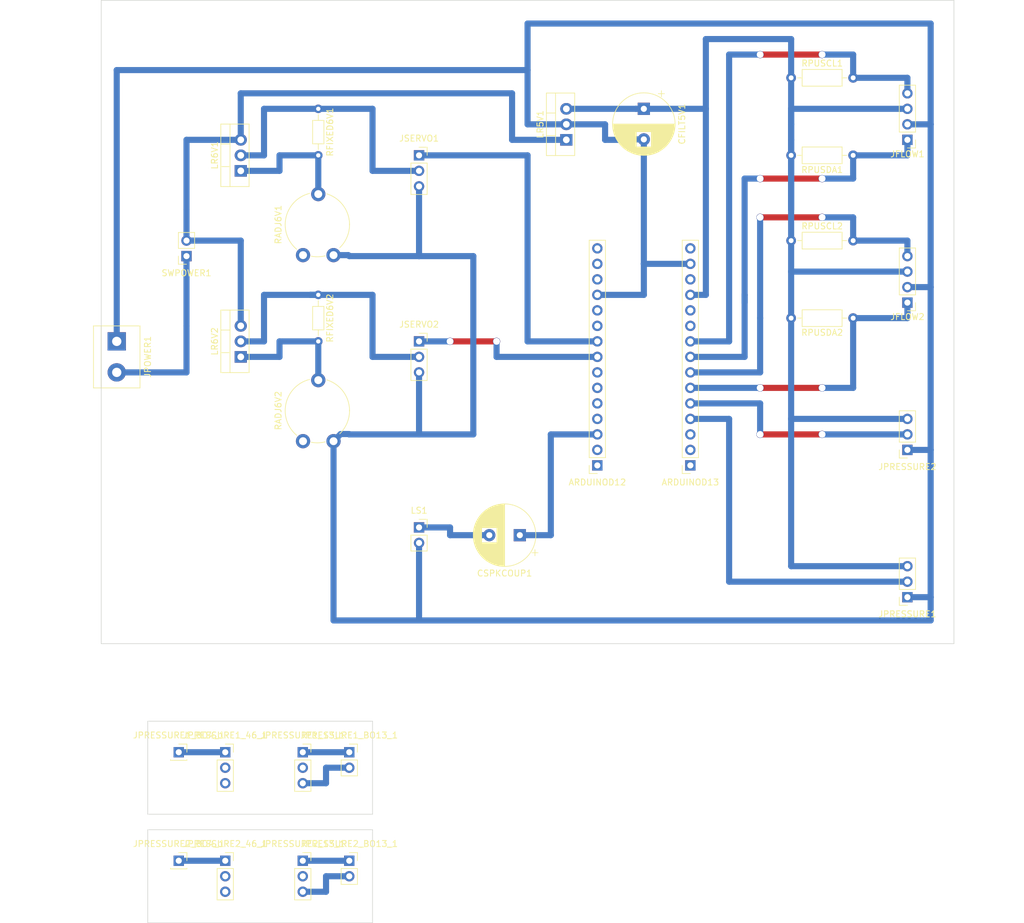
<source format=kicad_pcb>
(kicad_pcb (version 20171130) (host pcbnew "(5.1.4)-1")

  (general
    (thickness 1.6)
    (drawings 13)
    (tracks 171)
    (zones 0)
    (modules 32)
    (nets 25)
  )

  (page A4)
  (layers
    (0 F.Cu signal)
    (31 B.Cu signal)
    (32 B.Adhes user)
    (33 F.Adhes user)
    (34 B.Paste user)
    (35 F.Paste user)
    (36 B.SilkS user)
    (37 F.SilkS user)
    (38 B.Mask user)
    (39 F.Mask user)
    (40 Dwgs.User user)
    (41 Cmts.User user)
    (42 Eco1.User user)
    (43 Eco2.User user)
    (44 Edge.Cuts user)
    (45 Margin user)
    (46 B.CrtYd user)
    (47 F.CrtYd user)
    (48 B.Fab user)
    (49 F.Fab user)
  )

  (setup
    (last_trace_width 1)
    (user_trace_width 1)
    (trace_clearance 0.2)
    (zone_clearance 0.508)
    (zone_45_only no)
    (trace_min 0.2)
    (via_size 0.8)
    (via_drill 0.4)
    (via_min_size 0.4)
    (via_min_drill 0.3)
    (user_via 1.2 1.1)
    (uvia_size 0.3)
    (uvia_drill 0.1)
    (uvias_allowed no)
    (uvia_min_size 0.2)
    (uvia_min_drill 0.1)
    (edge_width 0.05)
    (segment_width 0.2)
    (pcb_text_width 0.3)
    (pcb_text_size 1.5 1.5)
    (mod_edge_width 0.12)
    (mod_text_size 1 1)
    (mod_text_width 0.15)
    (pad_size 1.524 1.524)
    (pad_drill 0.762)
    (pad_to_mask_clearance 0.051)
    (solder_mask_min_width 0.25)
    (aux_axis_origin 0 0)
    (visible_elements 7FFFFFFF)
    (pcbplotparams
      (layerselection 0x01000_ffffffff)
      (usegerberextensions false)
      (usegerberattributes false)
      (usegerberadvancedattributes false)
      (creategerberjobfile false)
      (excludeedgelayer false)
      (linewidth 0.100000)
      (plotframeref false)
      (viasonmask false)
      (mode 1)
      (useauxorigin false)
      (hpglpennumber 1)
      (hpglpenspeed 20)
      (hpglpendiameter 15.000000)
      (psnegative false)
      (psa4output false)
      (plotreference true)
      (plotvalue true)
      (plotinvisibletext false)
      (padsonsilk false)
      (subtractmaskfromsilk false)
      (outputformat 4)
      (mirror false)
      (drillshape 2)
      (scaleselection 1)
      (outputdirectory "PDF/"))
  )

  (net 0 "")
  (net 1 GND)
  (net 2 /D4)
  (net 3 /D5)
  (net 4 /D10)
  (net 5 +5V)
  (net 6 /A5)
  (net 7 /A4)
  (net 8 /A3)
  (net 9 /A2)
  (net 10 /A1)
  (net 11 /A0)
  (net 12 "Net-(JPOWER1-Pad2)")
  (net 13 /6V1)
  (net 14 "Net-(LR6V1-Pad1)")
  (net 15 /6V2)
  (net 16 "Net-(LR6V2-Pad1)")
  (net 17 "Net-(JPRESSURE1_13_1-Pad3)")
  (net 18 "Net-(JPRESSURE1_13_1-Pad1)")
  (net 19 "Net-(JPRESSURE1_46_1-Pad1)")
  (net 20 "Net-(JPRESSURE2_13_1-Pad3)")
  (net 21 "Net-(JPRESSURE2_13_1-Pad1)")
  (net 22 "Net-(JPRESSURE2_46_1-Pad1)")
  (net 23 "Net-(CSPKCOUP1-Pad2)")
  (net 24 "Net-(LR5V1-Pad1)")

  (net_class Default "This is the default net class."
    (clearance 0.2)
    (trace_width 0.25)
    (via_dia 0.8)
    (via_drill 0.4)
    (uvia_dia 0.3)
    (uvia_drill 0.1)
    (add_net +5V)
    (add_net /3V3)
    (add_net /6V1)
    (add_net /6V2)
    (add_net /A0)
    (add_net /A1)
    (add_net /A2)
    (add_net /A3)
    (add_net /A4)
    (add_net /A5)
    (add_net /A6)
    (add_net /A7)
    (add_net /D10)
    (add_net /D11)
    (add_net /D12)
    (add_net /D13)
    (add_net /D2)
    (add_net /D3)
    (add_net /D4)
    (add_net /D5)
    (add_net /D6)
    (add_net /D7)
    (add_net /D8)
    (add_net /D9)
    (add_net /REF)
    (add_net /RX0)
    (add_net /TX1)
    (add_net /VIN)
    (add_net GND)
    (add_net "Net-(ARDUINOD12-Pad13)")
    (add_net "Net-(ARDUINOD13-Pad13)")
    (add_net "Net-(CSPKCOUP1-Pad2)")
    (add_net "Net-(JPOWER1-Pad2)")
    (add_net "Net-(JPRESSURE1_13_1-Pad1)")
    (add_net "Net-(JPRESSURE1_13_1-Pad2)")
    (add_net "Net-(JPRESSURE1_13_1-Pad3)")
    (add_net "Net-(JPRESSURE1_46_1-Pad1)")
    (add_net "Net-(JPRESSURE1_46_1-Pad2)")
    (add_net "Net-(JPRESSURE1_46_1-Pad3)")
    (add_net "Net-(JPRESSURE2_13_1-Pad1)")
    (add_net "Net-(JPRESSURE2_13_1-Pad2)")
    (add_net "Net-(JPRESSURE2_13_1-Pad3)")
    (add_net "Net-(JPRESSURE2_46_1-Pad1)")
    (add_net "Net-(JPRESSURE2_46_1-Pad2)")
    (add_net "Net-(JPRESSURE2_46_1-Pad3)")
    (add_net "Net-(LR5V1-Pad1)")
    (add_net "Net-(LR6V1-Pad1)")
    (add_net "Net-(LR6V2-Pad1)")
    (add_net "Net-(RADJ6V1-Pad3)")
    (add_net "Net-(RADJ6V2-Pad3)")
  )

  (module Connector_PinSocket_2.54mm:PinSocket_1x02_P2.54mm_Vertical (layer F.Cu) (tedit 5A19A420) (tstamp 5E84217F)
    (at 59.69 59.69 180)
    (descr "Through hole straight socket strip, 1x02, 2.54mm pitch, single row (from Kicad 4.0.7), script generated")
    (tags "Through hole socket strip THT 1x02 2.54mm single row")
    (path /5E844065)
    (fp_text reference SWPOWER1 (at 0 -2.77) (layer F.SilkS)
      (effects (font (size 1 1) (thickness 0.15)))
    )
    (fp_text value SW_SPST (at 0 5.31) (layer F.Fab)
      (effects (font (size 1 1) (thickness 0.15)))
    )
    (fp_text user %R (at 0 1.27 90) (layer F.Fab)
      (effects (font (size 1 1) (thickness 0.15)))
    )
    (fp_line (start -1.8 4.3) (end -1.8 -1.8) (layer F.CrtYd) (width 0.05))
    (fp_line (start 1.75 4.3) (end -1.8 4.3) (layer F.CrtYd) (width 0.05))
    (fp_line (start 1.75 -1.8) (end 1.75 4.3) (layer F.CrtYd) (width 0.05))
    (fp_line (start -1.8 -1.8) (end 1.75 -1.8) (layer F.CrtYd) (width 0.05))
    (fp_line (start 0 -1.33) (end 1.33 -1.33) (layer F.SilkS) (width 0.12))
    (fp_line (start 1.33 -1.33) (end 1.33 0) (layer F.SilkS) (width 0.12))
    (fp_line (start 1.33 1.27) (end 1.33 3.87) (layer F.SilkS) (width 0.12))
    (fp_line (start -1.33 3.87) (end 1.33 3.87) (layer F.SilkS) (width 0.12))
    (fp_line (start -1.33 1.27) (end -1.33 3.87) (layer F.SilkS) (width 0.12))
    (fp_line (start -1.33 1.27) (end 1.33 1.27) (layer F.SilkS) (width 0.12))
    (fp_line (start -1.27 3.81) (end -1.27 -1.27) (layer F.Fab) (width 0.1))
    (fp_line (start 1.27 3.81) (end -1.27 3.81) (layer F.Fab) (width 0.1))
    (fp_line (start 1.27 -0.635) (end 1.27 3.81) (layer F.Fab) (width 0.1))
    (fp_line (start 0.635 -1.27) (end 1.27 -0.635) (layer F.Fab) (width 0.1))
    (fp_line (start -1.27 -1.27) (end 0.635 -1.27) (layer F.Fab) (width 0.1))
    (pad 2 thru_hole oval (at 0 2.54 180) (size 1.7 1.7) (drill 1) (layers *.Cu *.Mask)
      (net 24 "Net-(LR5V1-Pad1)"))
    (pad 1 thru_hole rect (at 0 0 180) (size 1.7 1.7) (drill 1) (layers *.Cu *.Mask)
      (net 12 "Net-(JPOWER1-Pad2)"))
    (model ${KISYS3DMOD}/Connector_PinSocket_2.54mm.3dshapes/PinSocket_1x02_P2.54mm_Vertical.wrl
      (at (xyz 0 0 0))
      (scale (xyz 1 1 1))
      (rotate (xyz 0 0 0))
    )
  )

  (module TerminalBlock:TerminalBlock_bornier-2_P5.08mm (layer F.Cu) (tedit 59FF03AB) (tstamp 5E7F2B1F)
    (at 48.26 73.66 270)
    (descr "simple 2-pin terminal block, pitch 5.08mm, revamped version of bornier2")
    (tags "terminal block bornier2")
    (path /5E7EA39D)
    (fp_text reference JPOWER1 (at 2.54 -5.08 90) (layer F.SilkS)
      (effects (font (size 1 1) (thickness 0.15)))
    )
    (fp_text value Conn_01x02_Female (at 2.54 5.08 90) (layer F.Fab)
      (effects (font (size 1 1) (thickness 0.15)))
    )
    (fp_line (start 7.79 4) (end -2.71 4) (layer F.CrtYd) (width 0.05))
    (fp_line (start 7.79 4) (end 7.79 -4) (layer F.CrtYd) (width 0.05))
    (fp_line (start -2.71 -4) (end -2.71 4) (layer F.CrtYd) (width 0.05))
    (fp_line (start -2.71 -4) (end 7.79 -4) (layer F.CrtYd) (width 0.05))
    (fp_line (start -2.54 3.81) (end 7.62 3.81) (layer F.SilkS) (width 0.12))
    (fp_line (start -2.54 -3.81) (end -2.54 3.81) (layer F.SilkS) (width 0.12))
    (fp_line (start 7.62 -3.81) (end -2.54 -3.81) (layer F.SilkS) (width 0.12))
    (fp_line (start 7.62 3.81) (end 7.62 -3.81) (layer F.SilkS) (width 0.12))
    (fp_line (start 7.62 2.54) (end -2.54 2.54) (layer F.SilkS) (width 0.12))
    (fp_line (start 7.54 -3.75) (end -2.46 -3.75) (layer F.Fab) (width 0.1))
    (fp_line (start 7.54 3.75) (end 7.54 -3.75) (layer F.Fab) (width 0.1))
    (fp_line (start -2.46 3.75) (end 7.54 3.75) (layer F.Fab) (width 0.1))
    (fp_line (start -2.46 -3.75) (end -2.46 3.75) (layer F.Fab) (width 0.1))
    (fp_line (start -2.41 2.55) (end 7.49 2.55) (layer F.Fab) (width 0.1))
    (fp_text user %R (at 2.54 0 90) (layer F.Fab)
      (effects (font (size 1 1) (thickness 0.15)))
    )
    (pad 2 thru_hole circle (at 5.08 0 270) (size 3 3) (drill 1.52) (layers *.Cu *.Mask)
      (net 12 "Net-(JPOWER1-Pad2)"))
    (pad 1 thru_hole rect (at 0 0 270) (size 3 3) (drill 1.52) (layers *.Cu *.Mask)
      (net 1 GND))
    (model ${KISYS3DMOD}/TerminalBlock.3dshapes/TerminalBlock_bornier-2_P5.08mm.wrl
      (offset (xyz 2.539999961853027 0 0))
      (scale (xyz 1 1 1))
      (rotate (xyz 0 0 0))
    )
  )

  (module Resistor_THT:R_Axial_DIN0207_L6.3mm_D2.5mm_P10.16mm_Horizontal (layer F.Cu) (tedit 5AE5139B) (tstamp 5E7F2CA4)
    (at 168.91 43.18 180)
    (descr "Resistor, Axial_DIN0207 series, Axial, Horizontal, pin pitch=10.16mm, 0.25W = 1/4W, length*diameter=6.3*2.5mm^2, http://cdn-reichelt.de/documents/datenblatt/B400/1_4W%23YAG.pdf")
    (tags "Resistor Axial_DIN0207 series Axial Horizontal pin pitch 10.16mm 0.25W = 1/4W length 6.3mm diameter 2.5mm")
    (path /5E845F70)
    (fp_text reference RPUSDA1 (at 5.08 -2.37) (layer F.SilkS)
      (effects (font (size 1 1) (thickness 0.15)))
    )
    (fp_text value 4K7 (at 5.08 2.37) (layer F.Fab)
      (effects (font (size 1 1) (thickness 0.15)))
    )
    (fp_text user %R (at 5.08 0) (layer F.Fab)
      (effects (font (size 1 1) (thickness 0.15)))
    )
    (fp_line (start 11.21 -1.5) (end -1.05 -1.5) (layer F.CrtYd) (width 0.05))
    (fp_line (start 11.21 1.5) (end 11.21 -1.5) (layer F.CrtYd) (width 0.05))
    (fp_line (start -1.05 1.5) (end 11.21 1.5) (layer F.CrtYd) (width 0.05))
    (fp_line (start -1.05 -1.5) (end -1.05 1.5) (layer F.CrtYd) (width 0.05))
    (fp_line (start 9.12 0) (end 8.35 0) (layer F.SilkS) (width 0.12))
    (fp_line (start 1.04 0) (end 1.81 0) (layer F.SilkS) (width 0.12))
    (fp_line (start 8.35 -1.37) (end 1.81 -1.37) (layer F.SilkS) (width 0.12))
    (fp_line (start 8.35 1.37) (end 8.35 -1.37) (layer F.SilkS) (width 0.12))
    (fp_line (start 1.81 1.37) (end 8.35 1.37) (layer F.SilkS) (width 0.12))
    (fp_line (start 1.81 -1.37) (end 1.81 1.37) (layer F.SilkS) (width 0.12))
    (fp_line (start 10.16 0) (end 8.23 0) (layer F.Fab) (width 0.1))
    (fp_line (start 0 0) (end 1.93 0) (layer F.Fab) (width 0.1))
    (fp_line (start 8.23 -1.25) (end 1.93 -1.25) (layer F.Fab) (width 0.1))
    (fp_line (start 8.23 1.25) (end 8.23 -1.25) (layer F.Fab) (width 0.1))
    (fp_line (start 1.93 1.25) (end 8.23 1.25) (layer F.Fab) (width 0.1))
    (fp_line (start 1.93 -1.25) (end 1.93 1.25) (layer F.Fab) (width 0.1))
    (pad 2 thru_hole oval (at 10.16 0 180) (size 1.6 1.6) (drill 0.8) (layers *.Cu *.Mask)
      (net 5 +5V))
    (pad 1 thru_hole circle (at 0 0 180) (size 1.6 1.6) (drill 0.8) (layers *.Cu *.Mask)
      (net 7 /A4))
    (model ${KISYS3DMOD}/Resistor_THT.3dshapes/R_Axial_DIN0207_L6.3mm_D2.5mm_P10.16mm_Horizontal.wrl
      (at (xyz 0 0 0))
      (scale (xyz 1 1 1))
      (rotate (xyz 0 0 0))
    )
  )

  (module Connector_PinSocket_2.54mm:PinSocket_1x01_P2.54mm_Vertical (layer F.Cu) (tedit 5A19A434) (tstamp 5E7F86CA)
    (at 58.42 158.75)
    (descr "Through hole straight socket strip, 1x01, 2.54mm pitch, single row (from Kicad 4.0.7), script generated")
    (tags "Through hole socket strip THT 1x01 2.54mm single row")
    (path /5EA099FA)
    (fp_text reference JPRESSURE2_BO4_1 (at 0 -2.77) (layer F.SilkS)
      (effects (font (size 1 1) (thickness 0.15)))
    )
    (fp_text value Conn_01x01_Male (at 0 2.77) (layer F.Fab)
      (effects (font (size 1 1) (thickness 0.15)))
    )
    (fp_text user %R (at 0 0) (layer F.Fab)
      (effects (font (size 1 1) (thickness 0.15)))
    )
    (fp_line (start -1.8 1.75) (end -1.8 -1.8) (layer F.CrtYd) (width 0.05))
    (fp_line (start 1.75 1.75) (end -1.8 1.75) (layer F.CrtYd) (width 0.05))
    (fp_line (start 1.75 -1.8) (end 1.75 1.75) (layer F.CrtYd) (width 0.05))
    (fp_line (start -1.8 -1.8) (end 1.75 -1.8) (layer F.CrtYd) (width 0.05))
    (fp_line (start 0 -1.33) (end 1.33 -1.33) (layer F.SilkS) (width 0.12))
    (fp_line (start 1.33 -1.33) (end 1.33 0) (layer F.SilkS) (width 0.12))
    (fp_line (start 1.33 1.21) (end 1.33 1.33) (layer F.SilkS) (width 0.12))
    (fp_line (start -1.33 1.21) (end -1.33 1.33) (layer F.SilkS) (width 0.12))
    (fp_line (start -1.33 1.33) (end 1.33 1.33) (layer F.SilkS) (width 0.12))
    (fp_line (start -1.27 1.27) (end -1.27 -1.27) (layer F.Fab) (width 0.1))
    (fp_line (start 1.27 1.27) (end -1.27 1.27) (layer F.Fab) (width 0.1))
    (fp_line (start 1.27 -0.635) (end 1.27 1.27) (layer F.Fab) (width 0.1))
    (fp_line (start 0.635 -1.27) (end 1.27 -0.635) (layer F.Fab) (width 0.1))
    (fp_line (start -1.27 -1.27) (end 0.635 -1.27) (layer F.Fab) (width 0.1))
    (pad 1 thru_hole rect (at 0 0) (size 1.7 1.7) (drill 1) (layers *.Cu *.Mask)
      (net 22 "Net-(JPRESSURE2_46_1-Pad1)"))
    (model ${KISYS3DMOD}/Connector_PinSocket_2.54mm.3dshapes/PinSocket_1x01_P2.54mm_Vertical.wrl
      (at (xyz 0 0 0))
      (scale (xyz 1 1 1))
      (rotate (xyz 0 0 0))
    )
  )

  (module Connector_PinSocket_2.54mm:PinSocket_1x02_P2.54mm_Vertical (layer F.Cu) (tedit 5A19A420) (tstamp 5E7F86B6)
    (at 86.36 158.75)
    (descr "Through hole straight socket strip, 1x02, 2.54mm pitch, single row (from Kicad 4.0.7), script generated")
    (tags "Through hole socket strip THT 1x02 2.54mm single row")
    (path /5EA099F0)
    (fp_text reference JPRESSURE2_BO13_1 (at 0 -2.77) (layer F.SilkS)
      (effects (font (size 1 1) (thickness 0.15)))
    )
    (fp_text value Conn_01x02_Male (at 0 5.31) (layer F.Fab)
      (effects (font (size 1 1) (thickness 0.15)))
    )
    (fp_text user %R (at 0 1.27 90) (layer F.Fab)
      (effects (font (size 1 1) (thickness 0.15)))
    )
    (fp_line (start -1.8 4.3) (end -1.8 -1.8) (layer F.CrtYd) (width 0.05))
    (fp_line (start 1.75 4.3) (end -1.8 4.3) (layer F.CrtYd) (width 0.05))
    (fp_line (start 1.75 -1.8) (end 1.75 4.3) (layer F.CrtYd) (width 0.05))
    (fp_line (start -1.8 -1.8) (end 1.75 -1.8) (layer F.CrtYd) (width 0.05))
    (fp_line (start 0 -1.33) (end 1.33 -1.33) (layer F.SilkS) (width 0.12))
    (fp_line (start 1.33 -1.33) (end 1.33 0) (layer F.SilkS) (width 0.12))
    (fp_line (start 1.33 1.27) (end 1.33 3.87) (layer F.SilkS) (width 0.12))
    (fp_line (start -1.33 3.87) (end 1.33 3.87) (layer F.SilkS) (width 0.12))
    (fp_line (start -1.33 1.27) (end -1.33 3.87) (layer F.SilkS) (width 0.12))
    (fp_line (start -1.33 1.27) (end 1.33 1.27) (layer F.SilkS) (width 0.12))
    (fp_line (start -1.27 3.81) (end -1.27 -1.27) (layer F.Fab) (width 0.1))
    (fp_line (start 1.27 3.81) (end -1.27 3.81) (layer F.Fab) (width 0.1))
    (fp_line (start 1.27 -0.635) (end 1.27 3.81) (layer F.Fab) (width 0.1))
    (fp_line (start 0.635 -1.27) (end 1.27 -0.635) (layer F.Fab) (width 0.1))
    (fp_line (start -1.27 -1.27) (end 0.635 -1.27) (layer F.Fab) (width 0.1))
    (pad 2 thru_hole oval (at 0 2.54) (size 1.7 1.7) (drill 1) (layers *.Cu *.Mask)
      (net 20 "Net-(JPRESSURE2_13_1-Pad3)"))
    (pad 1 thru_hole rect (at 0 0) (size 1.7 1.7) (drill 1) (layers *.Cu *.Mask)
      (net 21 "Net-(JPRESSURE2_13_1-Pad1)"))
    (model ${KISYS3DMOD}/Connector_PinSocket_2.54mm.3dshapes/PinSocket_1x02_P2.54mm_Vertical.wrl
      (at (xyz 0 0 0))
      (scale (xyz 1 1 1))
      (rotate (xyz 0 0 0))
    )
  )

  (module Connector_PinSocket_2.54mm:PinSocket_1x03_P2.54mm_Vertical (layer F.Cu) (tedit 5A19A429) (tstamp 5E7F86A0)
    (at 66.04 158.75)
    (descr "Through hole straight socket strip, 1x03, 2.54mm pitch, single row (from Kicad 4.0.7), script generated")
    (tags "Through hole socket strip THT 1x03 2.54mm single row")
    (path /5EA099D5)
    (fp_text reference JPRESSURE2_46_1 (at 0 -2.77) (layer F.SilkS)
      (effects (font (size 1 1) (thickness 0.15)))
    )
    (fp_text value Conn_01x03_Male (at 0 7.85) (layer F.Fab)
      (effects (font (size 1 1) (thickness 0.15)))
    )
    (fp_text user %R (at 0 2.54 90) (layer F.Fab)
      (effects (font (size 1 1) (thickness 0.15)))
    )
    (fp_line (start -1.8 6.85) (end -1.8 -1.8) (layer F.CrtYd) (width 0.05))
    (fp_line (start 1.75 6.85) (end -1.8 6.85) (layer F.CrtYd) (width 0.05))
    (fp_line (start 1.75 -1.8) (end 1.75 6.85) (layer F.CrtYd) (width 0.05))
    (fp_line (start -1.8 -1.8) (end 1.75 -1.8) (layer F.CrtYd) (width 0.05))
    (fp_line (start 0 -1.33) (end 1.33 -1.33) (layer F.SilkS) (width 0.12))
    (fp_line (start 1.33 -1.33) (end 1.33 0) (layer F.SilkS) (width 0.12))
    (fp_line (start 1.33 1.27) (end 1.33 6.41) (layer F.SilkS) (width 0.12))
    (fp_line (start -1.33 6.41) (end 1.33 6.41) (layer F.SilkS) (width 0.12))
    (fp_line (start -1.33 1.27) (end -1.33 6.41) (layer F.SilkS) (width 0.12))
    (fp_line (start -1.33 1.27) (end 1.33 1.27) (layer F.SilkS) (width 0.12))
    (fp_line (start -1.27 6.35) (end -1.27 -1.27) (layer F.Fab) (width 0.1))
    (fp_line (start 1.27 6.35) (end -1.27 6.35) (layer F.Fab) (width 0.1))
    (fp_line (start 1.27 -0.635) (end 1.27 6.35) (layer F.Fab) (width 0.1))
    (fp_line (start 0.635 -1.27) (end 1.27 -0.635) (layer F.Fab) (width 0.1))
    (fp_line (start -1.27 -1.27) (end 0.635 -1.27) (layer F.Fab) (width 0.1))
    (pad 3 thru_hole oval (at 0 5.08) (size 1.7 1.7) (drill 1) (layers *.Cu *.Mask))
    (pad 2 thru_hole oval (at 0 2.54) (size 1.7 1.7) (drill 1) (layers *.Cu *.Mask))
    (pad 1 thru_hole rect (at 0 0) (size 1.7 1.7) (drill 1) (layers *.Cu *.Mask)
      (net 22 "Net-(JPRESSURE2_46_1-Pad1)"))
    (model ${KISYS3DMOD}/Connector_PinSocket_2.54mm.3dshapes/PinSocket_1x03_P2.54mm_Vertical.wrl
      (at (xyz 0 0 0))
      (scale (xyz 1 1 1))
      (rotate (xyz 0 0 0))
    )
  )

  (module Connector_PinSocket_2.54mm:PinSocket_1x03_P2.54mm_Vertical (layer F.Cu) (tedit 5A19A429) (tstamp 5E7F8689)
    (at 78.74 158.75)
    (descr "Through hole straight socket strip, 1x03, 2.54mm pitch, single row (from Kicad 4.0.7), script generated")
    (tags "Through hole socket strip THT 1x03 2.54mm single row")
    (path /5EA099C7)
    (fp_text reference JPRESSURE2_13_1 (at 0 -2.77) (layer F.SilkS)
      (effects (font (size 1 1) (thickness 0.15)))
    )
    (fp_text value Conn_01x03_Male (at 0 7.85) (layer F.Fab)
      (effects (font (size 1 1) (thickness 0.15)))
    )
    (fp_text user %R (at 0 2.54 90) (layer F.Fab)
      (effects (font (size 1 1) (thickness 0.15)))
    )
    (fp_line (start -1.8 6.85) (end -1.8 -1.8) (layer F.CrtYd) (width 0.05))
    (fp_line (start 1.75 6.85) (end -1.8 6.85) (layer F.CrtYd) (width 0.05))
    (fp_line (start 1.75 -1.8) (end 1.75 6.85) (layer F.CrtYd) (width 0.05))
    (fp_line (start -1.8 -1.8) (end 1.75 -1.8) (layer F.CrtYd) (width 0.05))
    (fp_line (start 0 -1.33) (end 1.33 -1.33) (layer F.SilkS) (width 0.12))
    (fp_line (start 1.33 -1.33) (end 1.33 0) (layer F.SilkS) (width 0.12))
    (fp_line (start 1.33 1.27) (end 1.33 6.41) (layer F.SilkS) (width 0.12))
    (fp_line (start -1.33 6.41) (end 1.33 6.41) (layer F.SilkS) (width 0.12))
    (fp_line (start -1.33 1.27) (end -1.33 6.41) (layer F.SilkS) (width 0.12))
    (fp_line (start -1.33 1.27) (end 1.33 1.27) (layer F.SilkS) (width 0.12))
    (fp_line (start -1.27 6.35) (end -1.27 -1.27) (layer F.Fab) (width 0.1))
    (fp_line (start 1.27 6.35) (end -1.27 6.35) (layer F.Fab) (width 0.1))
    (fp_line (start 1.27 -0.635) (end 1.27 6.35) (layer F.Fab) (width 0.1))
    (fp_line (start 0.635 -1.27) (end 1.27 -0.635) (layer F.Fab) (width 0.1))
    (fp_line (start -1.27 -1.27) (end 0.635 -1.27) (layer F.Fab) (width 0.1))
    (pad 3 thru_hole oval (at 0 5.08) (size 1.7 1.7) (drill 1) (layers *.Cu *.Mask)
      (net 20 "Net-(JPRESSURE2_13_1-Pad3)"))
    (pad 2 thru_hole oval (at 0 2.54) (size 1.7 1.7) (drill 1) (layers *.Cu *.Mask))
    (pad 1 thru_hole rect (at 0 0) (size 1.7 1.7) (drill 1) (layers *.Cu *.Mask)
      (net 21 "Net-(JPRESSURE2_13_1-Pad1)"))
    (model ${KISYS3DMOD}/Connector_PinSocket_2.54mm.3dshapes/PinSocket_1x03_P2.54mm_Vertical.wrl
      (at (xyz 0 0 0))
      (scale (xyz 1 1 1))
      (rotate (xyz 0 0 0))
    )
  )

  (module Connector_PinSocket_2.54mm:PinSocket_1x01_P2.54mm_Vertical (layer F.Cu) (tedit 5A19A434) (tstamp 5E7F8672)
    (at 58.42 140.97)
    (descr "Through hole straight socket strip, 1x01, 2.54mm pitch, single row (from Kicad 4.0.7), script generated")
    (tags "Through hole socket strip THT 1x01 2.54mm single row")
    (path /5E9DE12F)
    (fp_text reference JPRESSURE1_BO4_1 (at 0 -2.77) (layer F.SilkS)
      (effects (font (size 1 1) (thickness 0.15)))
    )
    (fp_text value Conn_01x01_Male (at 0 2.77) (layer F.Fab)
      (effects (font (size 1 1) (thickness 0.15)))
    )
    (fp_text user %R (at 0 0) (layer F.Fab)
      (effects (font (size 1 1) (thickness 0.15)))
    )
    (fp_line (start -1.8 1.75) (end -1.8 -1.8) (layer F.CrtYd) (width 0.05))
    (fp_line (start 1.75 1.75) (end -1.8 1.75) (layer F.CrtYd) (width 0.05))
    (fp_line (start 1.75 -1.8) (end 1.75 1.75) (layer F.CrtYd) (width 0.05))
    (fp_line (start -1.8 -1.8) (end 1.75 -1.8) (layer F.CrtYd) (width 0.05))
    (fp_line (start 0 -1.33) (end 1.33 -1.33) (layer F.SilkS) (width 0.12))
    (fp_line (start 1.33 -1.33) (end 1.33 0) (layer F.SilkS) (width 0.12))
    (fp_line (start 1.33 1.21) (end 1.33 1.33) (layer F.SilkS) (width 0.12))
    (fp_line (start -1.33 1.21) (end -1.33 1.33) (layer F.SilkS) (width 0.12))
    (fp_line (start -1.33 1.33) (end 1.33 1.33) (layer F.SilkS) (width 0.12))
    (fp_line (start -1.27 1.27) (end -1.27 -1.27) (layer F.Fab) (width 0.1))
    (fp_line (start 1.27 1.27) (end -1.27 1.27) (layer F.Fab) (width 0.1))
    (fp_line (start 1.27 -0.635) (end 1.27 1.27) (layer F.Fab) (width 0.1))
    (fp_line (start 0.635 -1.27) (end 1.27 -0.635) (layer F.Fab) (width 0.1))
    (fp_line (start -1.27 -1.27) (end 0.635 -1.27) (layer F.Fab) (width 0.1))
    (pad 1 thru_hole rect (at 0 0) (size 1.7 1.7) (drill 1) (layers *.Cu *.Mask)
      (net 19 "Net-(JPRESSURE1_46_1-Pad1)"))
    (model ${KISYS3DMOD}/Connector_PinSocket_2.54mm.3dshapes/PinSocket_1x01_P2.54mm_Vertical.wrl
      (at (xyz 0 0 0))
      (scale (xyz 1 1 1))
      (rotate (xyz 0 0 0))
    )
  )

  (module Connector_PinSocket_2.54mm:PinSocket_1x02_P2.54mm_Vertical (layer F.Cu) (tedit 5A19A420) (tstamp 5E7F865E)
    (at 86.36 140.97)
    (descr "Through hole straight socket strip, 1x02, 2.54mm pitch, single row (from Kicad 4.0.7), script generated")
    (tags "Through hole socket strip THT 1x02 2.54mm single row")
    (path /5E9DC89F)
    (fp_text reference JPRESSURE1_BO13_1 (at 0 -2.77) (layer F.SilkS)
      (effects (font (size 1 1) (thickness 0.15)))
    )
    (fp_text value Conn_01x02_Male (at 0 5.31) (layer F.Fab)
      (effects (font (size 1 1) (thickness 0.15)))
    )
    (fp_text user %R (at 0 1.27 90) (layer F.Fab)
      (effects (font (size 1 1) (thickness 0.15)))
    )
    (fp_line (start -1.8 4.3) (end -1.8 -1.8) (layer F.CrtYd) (width 0.05))
    (fp_line (start 1.75 4.3) (end -1.8 4.3) (layer F.CrtYd) (width 0.05))
    (fp_line (start 1.75 -1.8) (end 1.75 4.3) (layer F.CrtYd) (width 0.05))
    (fp_line (start -1.8 -1.8) (end 1.75 -1.8) (layer F.CrtYd) (width 0.05))
    (fp_line (start 0 -1.33) (end 1.33 -1.33) (layer F.SilkS) (width 0.12))
    (fp_line (start 1.33 -1.33) (end 1.33 0) (layer F.SilkS) (width 0.12))
    (fp_line (start 1.33 1.27) (end 1.33 3.87) (layer F.SilkS) (width 0.12))
    (fp_line (start -1.33 3.87) (end 1.33 3.87) (layer F.SilkS) (width 0.12))
    (fp_line (start -1.33 1.27) (end -1.33 3.87) (layer F.SilkS) (width 0.12))
    (fp_line (start -1.33 1.27) (end 1.33 1.27) (layer F.SilkS) (width 0.12))
    (fp_line (start -1.27 3.81) (end -1.27 -1.27) (layer F.Fab) (width 0.1))
    (fp_line (start 1.27 3.81) (end -1.27 3.81) (layer F.Fab) (width 0.1))
    (fp_line (start 1.27 -0.635) (end 1.27 3.81) (layer F.Fab) (width 0.1))
    (fp_line (start 0.635 -1.27) (end 1.27 -0.635) (layer F.Fab) (width 0.1))
    (fp_line (start -1.27 -1.27) (end 0.635 -1.27) (layer F.Fab) (width 0.1))
    (pad 2 thru_hole oval (at 0 2.54) (size 1.7 1.7) (drill 1) (layers *.Cu *.Mask)
      (net 17 "Net-(JPRESSURE1_13_1-Pad3)"))
    (pad 1 thru_hole rect (at 0 0) (size 1.7 1.7) (drill 1) (layers *.Cu *.Mask)
      (net 18 "Net-(JPRESSURE1_13_1-Pad1)"))
    (model ${KISYS3DMOD}/Connector_PinSocket_2.54mm.3dshapes/PinSocket_1x02_P2.54mm_Vertical.wrl
      (at (xyz 0 0 0))
      (scale (xyz 1 1 1))
      (rotate (xyz 0 0 0))
    )
  )

  (module Connector_PinSocket_2.54mm:PinSocket_1x03_P2.54mm_Vertical (layer F.Cu) (tedit 5A19A429) (tstamp 5E7F85F0)
    (at 177.8 91.44 180)
    (descr "Through hole straight socket strip, 1x03, 2.54mm pitch, single row (from Kicad 4.0.7), script generated")
    (tags "Through hole socket strip THT 1x03 2.54mm single row")
    (path /5EA099E0)
    (fp_text reference JPRESSURE2 (at 0 -2.77) (layer F.SilkS)
      (effects (font (size 1 1) (thickness 0.15)))
    )
    (fp_text value Conn_01x03_Male (at 0 7.85) (layer F.Fab)
      (effects (font (size 1 1) (thickness 0.15)))
    )
    (fp_text user %R (at 0 2.54 90) (layer F.Fab)
      (effects (font (size 1 1) (thickness 0.15)))
    )
    (fp_line (start -1.8 6.85) (end -1.8 -1.8) (layer F.CrtYd) (width 0.05))
    (fp_line (start 1.75 6.85) (end -1.8 6.85) (layer F.CrtYd) (width 0.05))
    (fp_line (start 1.75 -1.8) (end 1.75 6.85) (layer F.CrtYd) (width 0.05))
    (fp_line (start -1.8 -1.8) (end 1.75 -1.8) (layer F.CrtYd) (width 0.05))
    (fp_line (start 0 -1.33) (end 1.33 -1.33) (layer F.SilkS) (width 0.12))
    (fp_line (start 1.33 -1.33) (end 1.33 0) (layer F.SilkS) (width 0.12))
    (fp_line (start 1.33 1.27) (end 1.33 6.41) (layer F.SilkS) (width 0.12))
    (fp_line (start -1.33 6.41) (end 1.33 6.41) (layer F.SilkS) (width 0.12))
    (fp_line (start -1.33 1.27) (end -1.33 6.41) (layer F.SilkS) (width 0.12))
    (fp_line (start -1.33 1.27) (end 1.33 1.27) (layer F.SilkS) (width 0.12))
    (fp_line (start -1.27 6.35) (end -1.27 -1.27) (layer F.Fab) (width 0.1))
    (fp_line (start 1.27 6.35) (end -1.27 6.35) (layer F.Fab) (width 0.1))
    (fp_line (start 1.27 -0.635) (end 1.27 6.35) (layer F.Fab) (width 0.1))
    (fp_line (start 0.635 -1.27) (end 1.27 -0.635) (layer F.Fab) (width 0.1))
    (fp_line (start -1.27 -1.27) (end 0.635 -1.27) (layer F.Fab) (width 0.1))
    (pad 3 thru_hole oval (at 0 5.08 180) (size 1.7 1.7) (drill 1) (layers *.Cu *.Mask)
      (net 5 +5V))
    (pad 2 thru_hole oval (at 0 2.54 180) (size 1.7 1.7) (drill 1) (layers *.Cu *.Mask)
      (net 10 /A1))
    (pad 1 thru_hole rect (at 0 0 180) (size 1.7 1.7) (drill 1) (layers *.Cu *.Mask)
      (net 1 GND))
    (model ${KISYS3DMOD}/Connector_PinSocket_2.54mm.3dshapes/PinSocket_1x03_P2.54mm_Vertical.wrl
      (at (xyz 0 0 0))
      (scale (xyz 1 1 1))
      (rotate (xyz 0 0 0))
    )
  )

  (module Connector_PinSocket_2.54mm:PinSocket_1x03_P2.54mm_Vertical (layer F.Cu) (tedit 5A19A429) (tstamp 5E7F4E23)
    (at 177.8 115.57 180)
    (descr "Through hole straight socket strip, 1x03, 2.54mm pitch, single row (from Kicad 4.0.7), script generated")
    (tags "Through hole socket strip THT 1x03 2.54mm single row")
    (path /5E9A3DA6)
    (fp_text reference JPRESSURE1 (at 0 -2.77) (layer F.SilkS)
      (effects (font (size 1 1) (thickness 0.15)))
    )
    (fp_text value Conn_01x03_Male (at 0 7.85) (layer F.Fab)
      (effects (font (size 1 1) (thickness 0.15)))
    )
    (fp_text user %R (at 0 2.54 90) (layer F.Fab)
      (effects (font (size 1 1) (thickness 0.15)))
    )
    (fp_line (start -1.8 6.85) (end -1.8 -1.8) (layer F.CrtYd) (width 0.05))
    (fp_line (start 1.75 6.85) (end -1.8 6.85) (layer F.CrtYd) (width 0.05))
    (fp_line (start 1.75 -1.8) (end 1.75 6.85) (layer F.CrtYd) (width 0.05))
    (fp_line (start -1.8 -1.8) (end 1.75 -1.8) (layer F.CrtYd) (width 0.05))
    (fp_line (start 0 -1.33) (end 1.33 -1.33) (layer F.SilkS) (width 0.12))
    (fp_line (start 1.33 -1.33) (end 1.33 0) (layer F.SilkS) (width 0.12))
    (fp_line (start 1.33 1.27) (end 1.33 6.41) (layer F.SilkS) (width 0.12))
    (fp_line (start -1.33 6.41) (end 1.33 6.41) (layer F.SilkS) (width 0.12))
    (fp_line (start -1.33 1.27) (end -1.33 6.41) (layer F.SilkS) (width 0.12))
    (fp_line (start -1.33 1.27) (end 1.33 1.27) (layer F.SilkS) (width 0.12))
    (fp_line (start -1.27 6.35) (end -1.27 -1.27) (layer F.Fab) (width 0.1))
    (fp_line (start 1.27 6.35) (end -1.27 6.35) (layer F.Fab) (width 0.1))
    (fp_line (start 1.27 -0.635) (end 1.27 6.35) (layer F.Fab) (width 0.1))
    (fp_line (start 0.635 -1.27) (end 1.27 -0.635) (layer F.Fab) (width 0.1))
    (fp_line (start -1.27 -1.27) (end 0.635 -1.27) (layer F.Fab) (width 0.1))
    (pad 3 thru_hole oval (at 0 5.08 180) (size 1.7 1.7) (drill 1) (layers *.Cu *.Mask)
      (net 5 +5V))
    (pad 2 thru_hole oval (at 0 2.54 180) (size 1.7 1.7) (drill 1) (layers *.Cu *.Mask)
      (net 11 /A0))
    (pad 1 thru_hole rect (at 0 0 180) (size 1.7 1.7) (drill 1) (layers *.Cu *.Mask)
      (net 1 GND))
    (model ${KISYS3DMOD}/Connector_PinSocket_2.54mm.3dshapes/PinSocket_1x03_P2.54mm_Vertical.wrl
      (at (xyz 0 0 0))
      (scale (xyz 1 1 1))
      (rotate (xyz 0 0 0))
    )
  )

  (module Resistor_THT:R_Axial_DIN0207_L6.3mm_D2.5mm_P10.16mm_Horizontal (layer F.Cu) (tedit 5AE5139B) (tstamp 5E7F2CBB)
    (at 168.91 69.85 180)
    (descr "Resistor, Axial_DIN0207 series, Axial, Horizontal, pin pitch=10.16mm, 0.25W = 1/4W, length*diameter=6.3*2.5mm^2, http://cdn-reichelt.de/documents/datenblatt/B400/1_4W%23YAG.pdf")
    (tags "Resistor Axial_DIN0207 series Axial Horizontal pin pitch 10.16mm 0.25W = 1/4W length 6.3mm diameter 2.5mm")
    (path /5E8561D0)
    (fp_text reference RPUSDA2 (at 5.08 -2.37) (layer F.SilkS)
      (effects (font (size 1 1) (thickness 0.15)))
    )
    (fp_text value 4K7 (at 5.08 2.37) (layer F.Fab)
      (effects (font (size 1 1) (thickness 0.15)))
    )
    (fp_text user %R (at 5.08 0) (layer F.Fab)
      (effects (font (size 1 1) (thickness 0.15)))
    )
    (fp_line (start 11.21 -1.5) (end -1.05 -1.5) (layer F.CrtYd) (width 0.05))
    (fp_line (start 11.21 1.5) (end 11.21 -1.5) (layer F.CrtYd) (width 0.05))
    (fp_line (start -1.05 1.5) (end 11.21 1.5) (layer F.CrtYd) (width 0.05))
    (fp_line (start -1.05 -1.5) (end -1.05 1.5) (layer F.CrtYd) (width 0.05))
    (fp_line (start 9.12 0) (end 8.35 0) (layer F.SilkS) (width 0.12))
    (fp_line (start 1.04 0) (end 1.81 0) (layer F.SilkS) (width 0.12))
    (fp_line (start 8.35 -1.37) (end 1.81 -1.37) (layer F.SilkS) (width 0.12))
    (fp_line (start 8.35 1.37) (end 8.35 -1.37) (layer F.SilkS) (width 0.12))
    (fp_line (start 1.81 1.37) (end 8.35 1.37) (layer F.SilkS) (width 0.12))
    (fp_line (start 1.81 -1.37) (end 1.81 1.37) (layer F.SilkS) (width 0.12))
    (fp_line (start 10.16 0) (end 8.23 0) (layer F.Fab) (width 0.1))
    (fp_line (start 0 0) (end 1.93 0) (layer F.Fab) (width 0.1))
    (fp_line (start 8.23 -1.25) (end 1.93 -1.25) (layer F.Fab) (width 0.1))
    (fp_line (start 8.23 1.25) (end 8.23 -1.25) (layer F.Fab) (width 0.1))
    (fp_line (start 1.93 1.25) (end 8.23 1.25) (layer F.Fab) (width 0.1))
    (fp_line (start 1.93 -1.25) (end 1.93 1.25) (layer F.Fab) (width 0.1))
    (pad 2 thru_hole oval (at 10.16 0 180) (size 1.6 1.6) (drill 0.8) (layers *.Cu *.Mask)
      (net 5 +5V))
    (pad 1 thru_hole circle (at 0 0 180) (size 1.6 1.6) (drill 0.8) (layers *.Cu *.Mask)
      (net 9 /A2))
    (model ${KISYS3DMOD}/Resistor_THT.3dshapes/R_Axial_DIN0207_L6.3mm_D2.5mm_P10.16mm_Horizontal.wrl
      (at (xyz 0 0 0))
      (scale (xyz 1 1 1))
      (rotate (xyz 0 0 0))
    )
  )

  (module Resistor_THT:R_Axial_DIN0207_L6.3mm_D2.5mm_P10.16mm_Horizontal (layer F.Cu) (tedit 5AE5139B) (tstamp 5E7F2C8D)
    (at 158.75 57.15)
    (descr "Resistor, Axial_DIN0207 series, Axial, Horizontal, pin pitch=10.16mm, 0.25W = 1/4W, length*diameter=6.3*2.5mm^2, http://cdn-reichelt.de/documents/datenblatt/B400/1_4W%23YAG.pdf")
    (tags "Resistor Axial_DIN0207 series Axial Horizontal pin pitch 10.16mm 0.25W = 1/4W length 6.3mm diameter 2.5mm")
    (path /5E8561C6)
    (fp_text reference RPUSCL2 (at 5.08 -2.37) (layer F.SilkS)
      (effects (font (size 1 1) (thickness 0.15)))
    )
    (fp_text value 4K7 (at 5.08 2.37) (layer F.Fab)
      (effects (font (size 1 1) (thickness 0.15)))
    )
    (fp_text user %R (at 5.08 0) (layer F.Fab)
      (effects (font (size 1 1) (thickness 0.15)))
    )
    (fp_line (start 11.21 -1.5) (end -1.05 -1.5) (layer F.CrtYd) (width 0.05))
    (fp_line (start 11.21 1.5) (end 11.21 -1.5) (layer F.CrtYd) (width 0.05))
    (fp_line (start -1.05 1.5) (end 11.21 1.5) (layer F.CrtYd) (width 0.05))
    (fp_line (start -1.05 -1.5) (end -1.05 1.5) (layer F.CrtYd) (width 0.05))
    (fp_line (start 9.12 0) (end 8.35 0) (layer F.SilkS) (width 0.12))
    (fp_line (start 1.04 0) (end 1.81 0) (layer F.SilkS) (width 0.12))
    (fp_line (start 8.35 -1.37) (end 1.81 -1.37) (layer F.SilkS) (width 0.12))
    (fp_line (start 8.35 1.37) (end 8.35 -1.37) (layer F.SilkS) (width 0.12))
    (fp_line (start 1.81 1.37) (end 8.35 1.37) (layer F.SilkS) (width 0.12))
    (fp_line (start 1.81 -1.37) (end 1.81 1.37) (layer F.SilkS) (width 0.12))
    (fp_line (start 10.16 0) (end 8.23 0) (layer F.Fab) (width 0.1))
    (fp_line (start 0 0) (end 1.93 0) (layer F.Fab) (width 0.1))
    (fp_line (start 8.23 -1.25) (end 1.93 -1.25) (layer F.Fab) (width 0.1))
    (fp_line (start 8.23 1.25) (end 8.23 -1.25) (layer F.Fab) (width 0.1))
    (fp_line (start 1.93 1.25) (end 8.23 1.25) (layer F.Fab) (width 0.1))
    (fp_line (start 1.93 -1.25) (end 1.93 1.25) (layer F.Fab) (width 0.1))
    (pad 2 thru_hole oval (at 10.16 0) (size 1.6 1.6) (drill 0.8) (layers *.Cu *.Mask)
      (net 8 /A3))
    (pad 1 thru_hole circle (at 0 0) (size 1.6 1.6) (drill 0.8) (layers *.Cu *.Mask)
      (net 5 +5V))
    (model ${KISYS3DMOD}/Resistor_THT.3dshapes/R_Axial_DIN0207_L6.3mm_D2.5mm_P10.16mm_Horizontal.wrl
      (at (xyz 0 0 0))
      (scale (xyz 1 1 1))
      (rotate (xyz 0 0 0))
    )
  )

  (module Resistor_THT:R_Axial_DIN0207_L6.3mm_D2.5mm_P10.16mm_Horizontal (layer F.Cu) (tedit 5AE5139B) (tstamp 5E7F2C76)
    (at 158.75 30.48)
    (descr "Resistor, Axial_DIN0207 series, Axial, Horizontal, pin pitch=10.16mm, 0.25W = 1/4W, length*diameter=6.3*2.5mm^2, http://cdn-reichelt.de/documents/datenblatt/B400/1_4W%23YAG.pdf")
    (tags "Resistor Axial_DIN0207 series Axial Horizontal pin pitch 10.16mm 0.25W = 1/4W length 6.3mm diameter 2.5mm")
    (path /5E840C9C)
    (fp_text reference RPUSCL1 (at 5.08 -2.37) (layer F.SilkS)
      (effects (font (size 1 1) (thickness 0.15)))
    )
    (fp_text value 4K7 (at 5.08 2.37) (layer F.Fab)
      (effects (font (size 1 1) (thickness 0.15)))
    )
    (fp_text user %R (at 5.08 0) (layer F.Fab)
      (effects (font (size 1 1) (thickness 0.15)))
    )
    (fp_line (start 11.21 -1.5) (end -1.05 -1.5) (layer F.CrtYd) (width 0.05))
    (fp_line (start 11.21 1.5) (end 11.21 -1.5) (layer F.CrtYd) (width 0.05))
    (fp_line (start -1.05 1.5) (end 11.21 1.5) (layer F.CrtYd) (width 0.05))
    (fp_line (start -1.05 -1.5) (end -1.05 1.5) (layer F.CrtYd) (width 0.05))
    (fp_line (start 9.12 0) (end 8.35 0) (layer F.SilkS) (width 0.12))
    (fp_line (start 1.04 0) (end 1.81 0) (layer F.SilkS) (width 0.12))
    (fp_line (start 8.35 -1.37) (end 1.81 -1.37) (layer F.SilkS) (width 0.12))
    (fp_line (start 8.35 1.37) (end 8.35 -1.37) (layer F.SilkS) (width 0.12))
    (fp_line (start 1.81 1.37) (end 8.35 1.37) (layer F.SilkS) (width 0.12))
    (fp_line (start 1.81 -1.37) (end 1.81 1.37) (layer F.SilkS) (width 0.12))
    (fp_line (start 10.16 0) (end 8.23 0) (layer F.Fab) (width 0.1))
    (fp_line (start 0 0) (end 1.93 0) (layer F.Fab) (width 0.1))
    (fp_line (start 8.23 -1.25) (end 1.93 -1.25) (layer F.Fab) (width 0.1))
    (fp_line (start 8.23 1.25) (end 8.23 -1.25) (layer F.Fab) (width 0.1))
    (fp_line (start 1.93 1.25) (end 8.23 1.25) (layer F.Fab) (width 0.1))
    (fp_line (start 1.93 -1.25) (end 1.93 1.25) (layer F.Fab) (width 0.1))
    (pad 2 thru_hole oval (at 10.16 0) (size 1.6 1.6) (drill 0.8) (layers *.Cu *.Mask)
      (net 6 /A5))
    (pad 1 thru_hole circle (at 0 0) (size 1.6 1.6) (drill 0.8) (layers *.Cu *.Mask)
      (net 5 +5V))
    (model ${KISYS3DMOD}/Resistor_THT.3dshapes/R_Axial_DIN0207_L6.3mm_D2.5mm_P10.16mm_Horizontal.wrl
      (at (xyz 0 0 0))
      (scale (xyz 1 1 1))
      (rotate (xyz 0 0 0))
    )
  )

  (module Resistor_THT:R_Axial_DIN0204_L3.6mm_D1.6mm_P7.62mm_Horizontal (layer F.Cu) (tedit 5AE5139B) (tstamp 5E7F2C5F)
    (at 81.28 66.04 270)
    (descr "Resistor, Axial_DIN0204 series, Axial, Horizontal, pin pitch=7.62mm, 0.167W, length*diameter=3.6*1.6mm^2, http://cdn-reichelt.de/documents/datenblatt/B400/1_4W%23YAG.pdf")
    (tags "Resistor Axial_DIN0204 series Axial Horizontal pin pitch 7.62mm 0.167W length 3.6mm diameter 1.6mm")
    (path /5E7F86FB)
    (fp_text reference RFIXED6V2 (at 3.81 -1.92 90) (layer F.SilkS)
      (effects (font (size 1 1) (thickness 0.15)))
    )
    (fp_text value 220 (at 3.81 1.92 90) (layer F.Fab)
      (effects (font (size 1 1) (thickness 0.15)))
    )
    (fp_text user %R (at 3.81 0 90) (layer F.Fab)
      (effects (font (size 0.72 0.72) (thickness 0.108)))
    )
    (fp_line (start 8.57 -1.05) (end -0.95 -1.05) (layer F.CrtYd) (width 0.05))
    (fp_line (start 8.57 1.05) (end 8.57 -1.05) (layer F.CrtYd) (width 0.05))
    (fp_line (start -0.95 1.05) (end 8.57 1.05) (layer F.CrtYd) (width 0.05))
    (fp_line (start -0.95 -1.05) (end -0.95 1.05) (layer F.CrtYd) (width 0.05))
    (fp_line (start 6.68 0) (end 5.73 0) (layer F.SilkS) (width 0.12))
    (fp_line (start 0.94 0) (end 1.89 0) (layer F.SilkS) (width 0.12))
    (fp_line (start 5.73 -0.92) (end 1.89 -0.92) (layer F.SilkS) (width 0.12))
    (fp_line (start 5.73 0.92) (end 5.73 -0.92) (layer F.SilkS) (width 0.12))
    (fp_line (start 1.89 0.92) (end 5.73 0.92) (layer F.SilkS) (width 0.12))
    (fp_line (start 1.89 -0.92) (end 1.89 0.92) (layer F.SilkS) (width 0.12))
    (fp_line (start 7.62 0) (end 5.61 0) (layer F.Fab) (width 0.1))
    (fp_line (start 0 0) (end 2.01 0) (layer F.Fab) (width 0.1))
    (fp_line (start 5.61 -0.8) (end 2.01 -0.8) (layer F.Fab) (width 0.1))
    (fp_line (start 5.61 0.8) (end 5.61 -0.8) (layer F.Fab) (width 0.1))
    (fp_line (start 2.01 0.8) (end 5.61 0.8) (layer F.Fab) (width 0.1))
    (fp_line (start 2.01 -0.8) (end 2.01 0.8) (layer F.Fab) (width 0.1))
    (pad 2 thru_hole oval (at 7.62 0 270) (size 1.4 1.4) (drill 0.7) (layers *.Cu *.Mask)
      (net 16 "Net-(LR6V2-Pad1)"))
    (pad 1 thru_hole circle (at 0 0 270) (size 1.4 1.4) (drill 0.7) (layers *.Cu *.Mask)
      (net 15 /6V2))
    (model ${KISYS3DMOD}/Resistor_THT.3dshapes/R_Axial_DIN0204_L3.6mm_D1.6mm_P7.62mm_Horizontal.wrl
      (at (xyz 0 0 0))
      (scale (xyz 1 1 1))
      (rotate (xyz 0 0 0))
    )
  )

  (module Resistor_THT:R_Axial_DIN0204_L3.6mm_D1.6mm_P7.62mm_Horizontal (layer F.Cu) (tedit 5AE5139B) (tstamp 5E7F2C48)
    (at 81.28 35.56 270)
    (descr "Resistor, Axial_DIN0204 series, Axial, Horizontal, pin pitch=7.62mm, 0.167W, length*diameter=3.6*1.6mm^2, http://cdn-reichelt.de/documents/datenblatt/B400/1_4W%23YAG.pdf")
    (tags "Resistor Axial_DIN0204 series Axial Horizontal pin pitch 7.62mm 0.167W length 3.6mm diameter 1.6mm")
    (path /5E7F5BA0)
    (fp_text reference RFIXED6V1 (at 3.81 -1.92 90) (layer F.SilkS)
      (effects (font (size 1 1) (thickness 0.15)))
    )
    (fp_text value 220 (at 3.81 1.92 90) (layer F.Fab)
      (effects (font (size 1 1) (thickness 0.15)))
    )
    (fp_text user %R (at 3.81 0 90) (layer F.Fab)
      (effects (font (size 0.72 0.72) (thickness 0.108)))
    )
    (fp_line (start 8.57 -1.05) (end -0.95 -1.05) (layer F.CrtYd) (width 0.05))
    (fp_line (start 8.57 1.05) (end 8.57 -1.05) (layer F.CrtYd) (width 0.05))
    (fp_line (start -0.95 1.05) (end 8.57 1.05) (layer F.CrtYd) (width 0.05))
    (fp_line (start -0.95 -1.05) (end -0.95 1.05) (layer F.CrtYd) (width 0.05))
    (fp_line (start 6.68 0) (end 5.73 0) (layer F.SilkS) (width 0.12))
    (fp_line (start 0.94 0) (end 1.89 0) (layer F.SilkS) (width 0.12))
    (fp_line (start 5.73 -0.92) (end 1.89 -0.92) (layer F.SilkS) (width 0.12))
    (fp_line (start 5.73 0.92) (end 5.73 -0.92) (layer F.SilkS) (width 0.12))
    (fp_line (start 1.89 0.92) (end 5.73 0.92) (layer F.SilkS) (width 0.12))
    (fp_line (start 1.89 -0.92) (end 1.89 0.92) (layer F.SilkS) (width 0.12))
    (fp_line (start 7.62 0) (end 5.61 0) (layer F.Fab) (width 0.1))
    (fp_line (start 0 0) (end 2.01 0) (layer F.Fab) (width 0.1))
    (fp_line (start 5.61 -0.8) (end 2.01 -0.8) (layer F.Fab) (width 0.1))
    (fp_line (start 5.61 0.8) (end 5.61 -0.8) (layer F.Fab) (width 0.1))
    (fp_line (start 2.01 0.8) (end 5.61 0.8) (layer F.Fab) (width 0.1))
    (fp_line (start 2.01 -0.8) (end 2.01 0.8) (layer F.Fab) (width 0.1))
    (pad 2 thru_hole oval (at 7.62 0 270) (size 1.4 1.4) (drill 0.7) (layers *.Cu *.Mask)
      (net 14 "Net-(LR6V1-Pad1)"))
    (pad 1 thru_hole circle (at 0 0 270) (size 1.4 1.4) (drill 0.7) (layers *.Cu *.Mask)
      (net 13 /6V1))
    (model ${KISYS3DMOD}/Resistor_THT.3dshapes/R_Axial_DIN0204_L3.6mm_D1.6mm_P7.62mm_Horizontal.wrl
      (at (xyz 0 0 0))
      (scale (xyz 1 1 1))
      (rotate (xyz 0 0 0))
    )
  )

  (module Potentiometer_THT:Potentiometer_Piher_PT-10-V10_Vertical (layer F.Cu) (tedit 5A3D4993) (tstamp 5E7F2C31)
    (at 83.78 90.01 90)
    (descr "Potentiometer, vertical, Piher PT-10-V10, http://www.piher-nacesa.com/pdf/12-PT10v03.pdf")
    (tags "Potentiometer vertical Piher PT-10-V10")
    (path /5E7F86EF)
    (fp_text reference RADJ6V2 (at 5 -9.05 90) (layer F.SilkS)
      (effects (font (size 1 1) (thickness 0.15)))
    )
    (fp_text value R_POT_TRIM (at 5 3.75 90) (layer F.Fab)
      (effects (font (size 1 1) (thickness 0.15)))
    )
    (fp_text user %R (at 1.05 -2.65) (layer F.Fab)
      (effects (font (size 1 1) (thickness 0.15)))
    )
    (fp_line (start 11.45 -8.05) (end -1.45 -8.05) (layer F.CrtYd) (width 0.05))
    (fp_line (start 11.45 2.75) (end 11.45 -8.05) (layer F.CrtYd) (width 0.05))
    (fp_line (start -1.45 2.75) (end 11.45 2.75) (layer F.CrtYd) (width 0.05))
    (fp_line (start -1.45 -8.05) (end -1.45 2.75) (layer F.CrtYd) (width 0.05))
    (fp_circle (center 5 -2.65) (end 6.5 -2.65) (layer F.Fab) (width 0.1))
    (fp_circle (center 5 -2.65) (end 10.15 -2.65) (layer F.Fab) (width 0.1))
    (fp_arc (start 5 -2.65) (end 1.209 1.011) (angle -47) (layer F.SilkS) (width 0.12))
    (fp_arc (start 5 -2.65) (end -0.174 -3.656) (angle -25) (layer F.SilkS) (width 0.12))
    (fp_arc (start 5 -2.65) (end 10.114 -3.924) (angle -126) (layer F.SilkS) (width 0.12))
    (fp_arc (start 5 -2.65) (end 5 2.62) (angle -73) (layer F.SilkS) (width 0.12))
    (pad 1 thru_hole circle (at 0 0 90) (size 2.34 2.34) (drill 1.3) (layers *.Cu *.Mask)
      (net 1 GND))
    (pad 2 thru_hole circle (at 10 -2.5 90) (size 2.34 2.34) (drill 1.3) (layers *.Cu *.Mask)
      (net 16 "Net-(LR6V2-Pad1)"))
    (pad 3 thru_hole circle (at 0 -5 90) (size 2.34 2.34) (drill 1.3) (layers *.Cu *.Mask))
    (model ${KISYS3DMOD}/Potentiometer_THT.3dshapes/Potentiometer_Piher_PT-10-V10_Vertical.wrl
      (at (xyz 0 0 0))
      (scale (xyz 1 1 1))
      (rotate (xyz 0 0 0))
    )
  )

  (module Potentiometer_THT:Potentiometer_Piher_PT-10-V10_Vertical (layer F.Cu) (tedit 5A3D4993) (tstamp 5E7F2C1F)
    (at 83.78 59.53 90)
    (descr "Potentiometer, vertical, Piher PT-10-V10, http://www.piher-nacesa.com/pdf/12-PT10v03.pdf")
    (tags "Potentiometer vertical Piher PT-10-V10")
    (path /5E7F226A)
    (fp_text reference RADJ6V1 (at 5 -9.05 90) (layer F.SilkS)
      (effects (font (size 1 1) (thickness 0.15)))
    )
    (fp_text value R_POT_TRIM (at 5 3.75 90) (layer F.Fab)
      (effects (font (size 1 1) (thickness 0.15)))
    )
    (fp_text user %R (at 1.05 -2.65) (layer F.Fab)
      (effects (font (size 1 1) (thickness 0.15)))
    )
    (fp_line (start 11.45 -8.05) (end -1.45 -8.05) (layer F.CrtYd) (width 0.05))
    (fp_line (start 11.45 2.75) (end 11.45 -8.05) (layer F.CrtYd) (width 0.05))
    (fp_line (start -1.45 2.75) (end 11.45 2.75) (layer F.CrtYd) (width 0.05))
    (fp_line (start -1.45 -8.05) (end -1.45 2.75) (layer F.CrtYd) (width 0.05))
    (fp_circle (center 5 -2.65) (end 6.5 -2.65) (layer F.Fab) (width 0.1))
    (fp_circle (center 5 -2.65) (end 10.15 -2.65) (layer F.Fab) (width 0.1))
    (fp_arc (start 5 -2.65) (end 1.209 1.011) (angle -47) (layer F.SilkS) (width 0.12))
    (fp_arc (start 5 -2.65) (end -0.174 -3.656) (angle -25) (layer F.SilkS) (width 0.12))
    (fp_arc (start 5 -2.65) (end 10.114 -3.924) (angle -126) (layer F.SilkS) (width 0.12))
    (fp_arc (start 5 -2.65) (end 5 2.62) (angle -73) (layer F.SilkS) (width 0.12))
    (pad 1 thru_hole circle (at 0 0 90) (size 2.34 2.34) (drill 1.3) (layers *.Cu *.Mask)
      (net 1 GND))
    (pad 2 thru_hole circle (at 10 -2.5 90) (size 2.34 2.34) (drill 1.3) (layers *.Cu *.Mask)
      (net 14 "Net-(LR6V1-Pad1)"))
    (pad 3 thru_hole circle (at 0 -5 90) (size 2.34 2.34) (drill 1.3) (layers *.Cu *.Mask))
    (model ${KISYS3DMOD}/Potentiometer_THT.3dshapes/Potentiometer_Piher_PT-10-V10_Vertical.wrl
      (at (xyz 0 0 0))
      (scale (xyz 1 1 1))
      (rotate (xyz 0 0 0))
    )
  )

  (module Connector_PinSocket_2.54mm:PinSocket_1x02_P2.54mm_Vertical (layer F.Cu) (tedit 5A19A420) (tstamp 5E7F2C0D)
    (at 97.79 104.14)
    (descr "Through hole straight socket strip, 1x02, 2.54mm pitch, single row (from Kicad 4.0.7), script generated")
    (tags "Through hole socket strip THT 1x02 2.54mm single row")
    (path /5E823B2D)
    (fp_text reference LS1 (at 0 -2.77) (layer F.SilkS)
      (effects (font (size 1 1) (thickness 0.15)))
    )
    (fp_text value Speaker (at 0 5.31) (layer F.Fab)
      (effects (font (size 1 1) (thickness 0.15)))
    )
    (fp_text user %R (at 0 1.27 90) (layer F.Fab)
      (effects (font (size 1 1) (thickness 0.15)))
    )
    (fp_line (start -1.8 4.3) (end -1.8 -1.8) (layer F.CrtYd) (width 0.05))
    (fp_line (start 1.75 4.3) (end -1.8 4.3) (layer F.CrtYd) (width 0.05))
    (fp_line (start 1.75 -1.8) (end 1.75 4.3) (layer F.CrtYd) (width 0.05))
    (fp_line (start -1.8 -1.8) (end 1.75 -1.8) (layer F.CrtYd) (width 0.05))
    (fp_line (start 0 -1.33) (end 1.33 -1.33) (layer F.SilkS) (width 0.12))
    (fp_line (start 1.33 -1.33) (end 1.33 0) (layer F.SilkS) (width 0.12))
    (fp_line (start 1.33 1.27) (end 1.33 3.87) (layer F.SilkS) (width 0.12))
    (fp_line (start -1.33 3.87) (end 1.33 3.87) (layer F.SilkS) (width 0.12))
    (fp_line (start -1.33 1.27) (end -1.33 3.87) (layer F.SilkS) (width 0.12))
    (fp_line (start -1.33 1.27) (end 1.33 1.27) (layer F.SilkS) (width 0.12))
    (fp_line (start -1.27 3.81) (end -1.27 -1.27) (layer F.Fab) (width 0.1))
    (fp_line (start 1.27 3.81) (end -1.27 3.81) (layer F.Fab) (width 0.1))
    (fp_line (start 1.27 -0.635) (end 1.27 3.81) (layer F.Fab) (width 0.1))
    (fp_line (start 0.635 -1.27) (end 1.27 -0.635) (layer F.Fab) (width 0.1))
    (fp_line (start -1.27 -1.27) (end 0.635 -1.27) (layer F.Fab) (width 0.1))
    (pad 2 thru_hole oval (at 0 2.54) (size 1.7 1.7) (drill 1) (layers *.Cu *.Mask)
      (net 1 GND))
    (pad 1 thru_hole rect (at 0 0) (size 1.7 1.7) (drill 1) (layers *.Cu *.Mask)
      (net 23 "Net-(CSPKCOUP1-Pad2)"))
    (model ${KISYS3DMOD}/Connector_PinSocket_2.54mm.3dshapes/PinSocket_1x02_P2.54mm_Vertical.wrl
      (at (xyz 0 0 0))
      (scale (xyz 1 1 1))
      (rotate (xyz 0 0 0))
    )
  )

  (module Package_TO_SOT_THT:TO-220-3_Vertical (layer F.Cu) (tedit 5AC8BA0D) (tstamp 5E7F2BF7)
    (at 68.58 76.2 90)
    (descr "TO-220-3, Vertical, RM 2.54mm, see https://www.vishay.com/docs/66542/to-220-1.pdf")
    (tags "TO-220-3 Vertical RM 2.54mm")
    (path /5E7F86E5)
    (fp_text reference LR6V2 (at 2.54 -4.27 90) (layer F.SilkS)
      (effects (font (size 1 1) (thickness 0.15)))
    )
    (fp_text value LM317_3PinPackage (at 2.54 2.5 90) (layer F.Fab)
      (effects (font (size 1 1) (thickness 0.15)))
    )
    (fp_text user %R (at 2.54 -4.27 90) (layer F.Fab)
      (effects (font (size 1 1) (thickness 0.15)))
    )
    (fp_line (start 7.79 -3.4) (end -2.71 -3.4) (layer F.CrtYd) (width 0.05))
    (fp_line (start 7.79 1.51) (end 7.79 -3.4) (layer F.CrtYd) (width 0.05))
    (fp_line (start -2.71 1.51) (end 7.79 1.51) (layer F.CrtYd) (width 0.05))
    (fp_line (start -2.71 -3.4) (end -2.71 1.51) (layer F.CrtYd) (width 0.05))
    (fp_line (start 4.391 -3.27) (end 4.391 -1.76) (layer F.SilkS) (width 0.12))
    (fp_line (start 0.69 -3.27) (end 0.69 -1.76) (layer F.SilkS) (width 0.12))
    (fp_line (start -2.58 -1.76) (end 7.66 -1.76) (layer F.SilkS) (width 0.12))
    (fp_line (start 7.66 -3.27) (end 7.66 1.371) (layer F.SilkS) (width 0.12))
    (fp_line (start -2.58 -3.27) (end -2.58 1.371) (layer F.SilkS) (width 0.12))
    (fp_line (start -2.58 1.371) (end 7.66 1.371) (layer F.SilkS) (width 0.12))
    (fp_line (start -2.58 -3.27) (end 7.66 -3.27) (layer F.SilkS) (width 0.12))
    (fp_line (start 4.39 -3.15) (end 4.39 -1.88) (layer F.Fab) (width 0.1))
    (fp_line (start 0.69 -3.15) (end 0.69 -1.88) (layer F.Fab) (width 0.1))
    (fp_line (start -2.46 -1.88) (end 7.54 -1.88) (layer F.Fab) (width 0.1))
    (fp_line (start 7.54 -3.15) (end -2.46 -3.15) (layer F.Fab) (width 0.1))
    (fp_line (start 7.54 1.25) (end 7.54 -3.15) (layer F.Fab) (width 0.1))
    (fp_line (start -2.46 1.25) (end 7.54 1.25) (layer F.Fab) (width 0.1))
    (fp_line (start -2.46 -3.15) (end -2.46 1.25) (layer F.Fab) (width 0.1))
    (pad 3 thru_hole oval (at 5.08 0 90) (size 1.905 2) (drill 1.1) (layers *.Cu *.Mask)
      (net 24 "Net-(LR5V1-Pad1)"))
    (pad 2 thru_hole oval (at 2.54 0 90) (size 1.905 2) (drill 1.1) (layers *.Cu *.Mask)
      (net 15 /6V2))
    (pad 1 thru_hole rect (at 0 0 90) (size 1.905 2) (drill 1.1) (layers *.Cu *.Mask)
      (net 16 "Net-(LR6V2-Pad1)"))
    (model ${KISYS3DMOD}/Package_TO_SOT_THT.3dshapes/TO-220-3_Vertical.wrl
      (at (xyz 0 0 0))
      (scale (xyz 1 1 1))
      (rotate (xyz 0 0 0))
    )
  )

  (module Package_TO_SOT_THT:TO-220-3_Vertical (layer F.Cu) (tedit 5AC8BA0D) (tstamp 5E7F2BDD)
    (at 68.58 45.72 90)
    (descr "TO-220-3, Vertical, RM 2.54mm, see https://www.vishay.com/docs/66542/to-220-1.pdf")
    (tags "TO-220-3 Vertical RM 2.54mm")
    (path /5E7ECBDE)
    (fp_text reference LR6V1 (at 2.54 -4.27 90) (layer F.SilkS)
      (effects (font (size 1 1) (thickness 0.15)))
    )
    (fp_text value LM317_3PinPackage (at 2.54 2.5 90) (layer F.Fab)
      (effects (font (size 1 1) (thickness 0.15)))
    )
    (fp_text user %R (at 2.54 -4.27 90) (layer F.Fab)
      (effects (font (size 1 1) (thickness 0.15)))
    )
    (fp_line (start 7.79 -3.4) (end -2.71 -3.4) (layer F.CrtYd) (width 0.05))
    (fp_line (start 7.79 1.51) (end 7.79 -3.4) (layer F.CrtYd) (width 0.05))
    (fp_line (start -2.71 1.51) (end 7.79 1.51) (layer F.CrtYd) (width 0.05))
    (fp_line (start -2.71 -3.4) (end -2.71 1.51) (layer F.CrtYd) (width 0.05))
    (fp_line (start 4.391 -3.27) (end 4.391 -1.76) (layer F.SilkS) (width 0.12))
    (fp_line (start 0.69 -3.27) (end 0.69 -1.76) (layer F.SilkS) (width 0.12))
    (fp_line (start -2.58 -1.76) (end 7.66 -1.76) (layer F.SilkS) (width 0.12))
    (fp_line (start 7.66 -3.27) (end 7.66 1.371) (layer F.SilkS) (width 0.12))
    (fp_line (start -2.58 -3.27) (end -2.58 1.371) (layer F.SilkS) (width 0.12))
    (fp_line (start -2.58 1.371) (end 7.66 1.371) (layer F.SilkS) (width 0.12))
    (fp_line (start -2.58 -3.27) (end 7.66 -3.27) (layer F.SilkS) (width 0.12))
    (fp_line (start 4.39 -3.15) (end 4.39 -1.88) (layer F.Fab) (width 0.1))
    (fp_line (start 0.69 -3.15) (end 0.69 -1.88) (layer F.Fab) (width 0.1))
    (fp_line (start -2.46 -1.88) (end 7.54 -1.88) (layer F.Fab) (width 0.1))
    (fp_line (start 7.54 -3.15) (end -2.46 -3.15) (layer F.Fab) (width 0.1))
    (fp_line (start 7.54 1.25) (end 7.54 -3.15) (layer F.Fab) (width 0.1))
    (fp_line (start -2.46 1.25) (end 7.54 1.25) (layer F.Fab) (width 0.1))
    (fp_line (start -2.46 -3.15) (end -2.46 1.25) (layer F.Fab) (width 0.1))
    (pad 3 thru_hole oval (at 5.08 0 90) (size 1.905 2) (drill 1.1) (layers *.Cu *.Mask)
      (net 24 "Net-(LR5V1-Pad1)"))
    (pad 2 thru_hole oval (at 2.54 0 90) (size 1.905 2) (drill 1.1) (layers *.Cu *.Mask)
      (net 13 /6V1))
    (pad 1 thru_hole rect (at 0 0 90) (size 1.905 2) (drill 1.1) (layers *.Cu *.Mask)
      (net 14 "Net-(LR6V1-Pad1)"))
    (model ${KISYS3DMOD}/Package_TO_SOT_THT.3dshapes/TO-220-3_Vertical.wrl
      (at (xyz 0 0 0))
      (scale (xyz 1 1 1))
      (rotate (xyz 0 0 0))
    )
  )

  (module Package_TO_SOT_THT:TO-220-3_Vertical (layer F.Cu) (tedit 5AC8BA0D) (tstamp 5E7F2BC3)
    (at 121.92 40.64 90)
    (descr "TO-220-3, Vertical, RM 2.54mm, see https://www.vishay.com/docs/66542/to-220-1.pdf")
    (tags "TO-220-3 Vertical RM 2.54mm")
    (path /5E7EB51E)
    (fp_text reference LR5V1 (at 2.54 -4.27 90) (layer F.SilkS)
      (effects (font (size 1 1) (thickness 0.15)))
    )
    (fp_text value L7805 (at 2.54 2.5 90) (layer F.Fab)
      (effects (font (size 1 1) (thickness 0.15)))
    )
    (fp_text user %R (at 2.54 -4.27 90) (layer F.Fab)
      (effects (font (size 1 1) (thickness 0.15)))
    )
    (fp_line (start 7.79 -3.4) (end -2.71 -3.4) (layer F.CrtYd) (width 0.05))
    (fp_line (start 7.79 1.51) (end 7.79 -3.4) (layer F.CrtYd) (width 0.05))
    (fp_line (start -2.71 1.51) (end 7.79 1.51) (layer F.CrtYd) (width 0.05))
    (fp_line (start -2.71 -3.4) (end -2.71 1.51) (layer F.CrtYd) (width 0.05))
    (fp_line (start 4.391 -3.27) (end 4.391 -1.76) (layer F.SilkS) (width 0.12))
    (fp_line (start 0.69 -3.27) (end 0.69 -1.76) (layer F.SilkS) (width 0.12))
    (fp_line (start -2.58 -1.76) (end 7.66 -1.76) (layer F.SilkS) (width 0.12))
    (fp_line (start 7.66 -3.27) (end 7.66 1.371) (layer F.SilkS) (width 0.12))
    (fp_line (start -2.58 -3.27) (end -2.58 1.371) (layer F.SilkS) (width 0.12))
    (fp_line (start -2.58 1.371) (end 7.66 1.371) (layer F.SilkS) (width 0.12))
    (fp_line (start -2.58 -3.27) (end 7.66 -3.27) (layer F.SilkS) (width 0.12))
    (fp_line (start 4.39 -3.15) (end 4.39 -1.88) (layer F.Fab) (width 0.1))
    (fp_line (start 0.69 -3.15) (end 0.69 -1.88) (layer F.Fab) (width 0.1))
    (fp_line (start -2.46 -1.88) (end 7.54 -1.88) (layer F.Fab) (width 0.1))
    (fp_line (start 7.54 -3.15) (end -2.46 -3.15) (layer F.Fab) (width 0.1))
    (fp_line (start 7.54 1.25) (end 7.54 -3.15) (layer F.Fab) (width 0.1))
    (fp_line (start -2.46 1.25) (end 7.54 1.25) (layer F.Fab) (width 0.1))
    (fp_line (start -2.46 -3.15) (end -2.46 1.25) (layer F.Fab) (width 0.1))
    (pad 3 thru_hole oval (at 5.08 0 90) (size 1.905 2) (drill 1.1) (layers *.Cu *.Mask)
      (net 5 +5V))
    (pad 2 thru_hole oval (at 2.54 0 90) (size 1.905 2) (drill 1.1) (layers *.Cu *.Mask)
      (net 1 GND))
    (pad 1 thru_hole rect (at 0 0 90) (size 1.905 2) (drill 1.1) (layers *.Cu *.Mask)
      (net 24 "Net-(LR5V1-Pad1)"))
    (model ${KISYS3DMOD}/Package_TO_SOT_THT.3dshapes/TO-220-3_Vertical.wrl
      (at (xyz 0 0 0))
      (scale (xyz 1 1 1))
      (rotate (xyz 0 0 0))
    )
  )

  (module Connector_PinSocket_2.54mm:PinSocket_1x03_P2.54mm_Vertical (layer F.Cu) (tedit 5A19A429) (tstamp 5E7F2BA9)
    (at 97.79 73.66)
    (descr "Through hole straight socket strip, 1x03, 2.54mm pitch, single row (from Kicad 4.0.7), script generated")
    (tags "Through hole socket strip THT 1x03 2.54mm single row")
    (path /5E896BEF)
    (fp_text reference JSERVO2 (at 0 -2.77) (layer F.SilkS)
      (effects (font (size 1 1) (thickness 0.15)))
    )
    (fp_text value Conn_01x03_Male (at 0 7.85) (layer F.Fab)
      (effects (font (size 1 1) (thickness 0.15)))
    )
    (fp_text user %R (at 0 2.54 90) (layer F.Fab)
      (effects (font (size 1 1) (thickness 0.15)))
    )
    (fp_line (start -1.8 6.85) (end -1.8 -1.8) (layer F.CrtYd) (width 0.05))
    (fp_line (start 1.75 6.85) (end -1.8 6.85) (layer F.CrtYd) (width 0.05))
    (fp_line (start 1.75 -1.8) (end 1.75 6.85) (layer F.CrtYd) (width 0.05))
    (fp_line (start -1.8 -1.8) (end 1.75 -1.8) (layer F.CrtYd) (width 0.05))
    (fp_line (start 0 -1.33) (end 1.33 -1.33) (layer F.SilkS) (width 0.12))
    (fp_line (start 1.33 -1.33) (end 1.33 0) (layer F.SilkS) (width 0.12))
    (fp_line (start 1.33 1.27) (end 1.33 6.41) (layer F.SilkS) (width 0.12))
    (fp_line (start -1.33 6.41) (end 1.33 6.41) (layer F.SilkS) (width 0.12))
    (fp_line (start -1.33 1.27) (end -1.33 6.41) (layer F.SilkS) (width 0.12))
    (fp_line (start -1.33 1.27) (end 1.33 1.27) (layer F.SilkS) (width 0.12))
    (fp_line (start -1.27 6.35) (end -1.27 -1.27) (layer F.Fab) (width 0.1))
    (fp_line (start 1.27 6.35) (end -1.27 6.35) (layer F.Fab) (width 0.1))
    (fp_line (start 1.27 -0.635) (end 1.27 6.35) (layer F.Fab) (width 0.1))
    (fp_line (start 0.635 -1.27) (end 1.27 -0.635) (layer F.Fab) (width 0.1))
    (fp_line (start -1.27 -1.27) (end 0.635 -1.27) (layer F.Fab) (width 0.1))
    (pad 3 thru_hole oval (at 0 5.08) (size 1.7 1.7) (drill 1) (layers *.Cu *.Mask)
      (net 1 GND))
    (pad 2 thru_hole oval (at 0 2.54) (size 1.7 1.7) (drill 1) (layers *.Cu *.Mask)
      (net 15 /6V2))
    (pad 1 thru_hole rect (at 0 0) (size 1.7 1.7) (drill 1) (layers *.Cu *.Mask)
      (net 3 /D5))
    (model ${KISYS3DMOD}/Connector_PinSocket_2.54mm.3dshapes/PinSocket_1x03_P2.54mm_Vertical.wrl
      (at (xyz 0 0 0))
      (scale (xyz 1 1 1))
      (rotate (xyz 0 0 0))
    )
  )

  (module Connector_PinSocket_2.54mm:PinSocket_1x03_P2.54mm_Vertical (layer F.Cu) (tedit 5A19A429) (tstamp 5E7F2B92)
    (at 97.79 43.18)
    (descr "Through hole straight socket strip, 1x03, 2.54mm pitch, single row (from Kicad 4.0.7), script generated")
    (tags "Through hole socket strip THT 1x03 2.54mm single row")
    (path /5E883766)
    (fp_text reference JSERVO1 (at 0 -2.77) (layer F.SilkS)
      (effects (font (size 1 1) (thickness 0.15)))
    )
    (fp_text value Conn_01x03_Male (at 0 7.85) (layer F.Fab)
      (effects (font (size 1 1) (thickness 0.15)))
    )
    (fp_text user %R (at 0 2.54 90) (layer F.Fab)
      (effects (font (size 1 1) (thickness 0.15)))
    )
    (fp_line (start -1.8 6.85) (end -1.8 -1.8) (layer F.CrtYd) (width 0.05))
    (fp_line (start 1.75 6.85) (end -1.8 6.85) (layer F.CrtYd) (width 0.05))
    (fp_line (start 1.75 -1.8) (end 1.75 6.85) (layer F.CrtYd) (width 0.05))
    (fp_line (start -1.8 -1.8) (end 1.75 -1.8) (layer F.CrtYd) (width 0.05))
    (fp_line (start 0 -1.33) (end 1.33 -1.33) (layer F.SilkS) (width 0.12))
    (fp_line (start 1.33 -1.33) (end 1.33 0) (layer F.SilkS) (width 0.12))
    (fp_line (start 1.33 1.27) (end 1.33 6.41) (layer F.SilkS) (width 0.12))
    (fp_line (start -1.33 6.41) (end 1.33 6.41) (layer F.SilkS) (width 0.12))
    (fp_line (start -1.33 1.27) (end -1.33 6.41) (layer F.SilkS) (width 0.12))
    (fp_line (start -1.33 1.27) (end 1.33 1.27) (layer F.SilkS) (width 0.12))
    (fp_line (start -1.27 6.35) (end -1.27 -1.27) (layer F.Fab) (width 0.1))
    (fp_line (start 1.27 6.35) (end -1.27 6.35) (layer F.Fab) (width 0.1))
    (fp_line (start 1.27 -0.635) (end 1.27 6.35) (layer F.Fab) (width 0.1))
    (fp_line (start 0.635 -1.27) (end 1.27 -0.635) (layer F.Fab) (width 0.1))
    (fp_line (start -1.27 -1.27) (end 0.635 -1.27) (layer F.Fab) (width 0.1))
    (pad 3 thru_hole oval (at 0 5.08) (size 1.7 1.7) (drill 1) (layers *.Cu *.Mask)
      (net 1 GND))
    (pad 2 thru_hole oval (at 0 2.54) (size 1.7 1.7) (drill 1) (layers *.Cu *.Mask)
      (net 13 /6V1))
    (pad 1 thru_hole rect (at 0 0) (size 1.7 1.7) (drill 1) (layers *.Cu *.Mask)
      (net 2 /D4))
    (model ${KISYS3DMOD}/Connector_PinSocket_2.54mm.3dshapes/PinSocket_1x03_P2.54mm_Vertical.wrl
      (at (xyz 0 0 0))
      (scale (xyz 1 1 1))
      (rotate (xyz 0 0 0))
    )
  )

  (module Connector_PinSocket_2.54mm:PinSocket_1x03_P2.54mm_Vertical (layer F.Cu) (tedit 5A19A429) (tstamp 5E7F2B4D)
    (at 66.04 140.97)
    (descr "Through hole straight socket strip, 1x03, 2.54mm pitch, single row (from Kicad 4.0.7), script generated")
    (tags "Through hole socket strip THT 1x03 2.54mm single row")
    (path /5E8A2042)
    (fp_text reference JPRESSURE1_46_1 (at 0 -2.77) (layer F.SilkS)
      (effects (font (size 1 1) (thickness 0.15)))
    )
    (fp_text value Conn_01x03_Male (at 0 7.85) (layer F.Fab)
      (effects (font (size 1 1) (thickness 0.15)))
    )
    (fp_text user %R (at 0 2.54 90) (layer F.Fab)
      (effects (font (size 1 1) (thickness 0.15)))
    )
    (fp_line (start -1.8 6.85) (end -1.8 -1.8) (layer F.CrtYd) (width 0.05))
    (fp_line (start 1.75 6.85) (end -1.8 6.85) (layer F.CrtYd) (width 0.05))
    (fp_line (start 1.75 -1.8) (end 1.75 6.85) (layer F.CrtYd) (width 0.05))
    (fp_line (start -1.8 -1.8) (end 1.75 -1.8) (layer F.CrtYd) (width 0.05))
    (fp_line (start 0 -1.33) (end 1.33 -1.33) (layer F.SilkS) (width 0.12))
    (fp_line (start 1.33 -1.33) (end 1.33 0) (layer F.SilkS) (width 0.12))
    (fp_line (start 1.33 1.27) (end 1.33 6.41) (layer F.SilkS) (width 0.12))
    (fp_line (start -1.33 6.41) (end 1.33 6.41) (layer F.SilkS) (width 0.12))
    (fp_line (start -1.33 1.27) (end -1.33 6.41) (layer F.SilkS) (width 0.12))
    (fp_line (start -1.33 1.27) (end 1.33 1.27) (layer F.SilkS) (width 0.12))
    (fp_line (start -1.27 6.35) (end -1.27 -1.27) (layer F.Fab) (width 0.1))
    (fp_line (start 1.27 6.35) (end -1.27 6.35) (layer F.Fab) (width 0.1))
    (fp_line (start 1.27 -0.635) (end 1.27 6.35) (layer F.Fab) (width 0.1))
    (fp_line (start 0.635 -1.27) (end 1.27 -0.635) (layer F.Fab) (width 0.1))
    (fp_line (start -1.27 -1.27) (end 0.635 -1.27) (layer F.Fab) (width 0.1))
    (pad 3 thru_hole oval (at 0 5.08) (size 1.7 1.7) (drill 1) (layers *.Cu *.Mask))
    (pad 2 thru_hole oval (at 0 2.54) (size 1.7 1.7) (drill 1) (layers *.Cu *.Mask))
    (pad 1 thru_hole rect (at 0 0) (size 1.7 1.7) (drill 1) (layers *.Cu *.Mask)
      (net 19 "Net-(JPRESSURE1_46_1-Pad1)"))
    (model ${KISYS3DMOD}/Connector_PinSocket_2.54mm.3dshapes/PinSocket_1x03_P2.54mm_Vertical.wrl
      (at (xyz 0 0 0))
      (scale (xyz 1 1 1))
      (rotate (xyz 0 0 0))
    )
  )

  (module Connector_PinSocket_2.54mm:PinSocket_1x03_P2.54mm_Vertical (layer F.Cu) (tedit 5A19A429) (tstamp 5E7F2B36)
    (at 78.74 140.97)
    (descr "Through hole straight socket strip, 1x03, 2.54mm pitch, single row (from Kicad 4.0.7), script generated")
    (tags "Through hole socket strip THT 1x03 2.54mm single row")
    (path /5E8A0C71)
    (fp_text reference JPRESSURE1_13_1 (at 0 -2.77) (layer F.SilkS)
      (effects (font (size 1 1) (thickness 0.15)))
    )
    (fp_text value Conn_01x03_Male (at 0 7.85) (layer F.Fab)
      (effects (font (size 1 1) (thickness 0.15)))
    )
    (fp_text user %R (at 0 2.54 90) (layer F.Fab)
      (effects (font (size 1 1) (thickness 0.15)))
    )
    (fp_line (start -1.8 6.85) (end -1.8 -1.8) (layer F.CrtYd) (width 0.05))
    (fp_line (start 1.75 6.85) (end -1.8 6.85) (layer F.CrtYd) (width 0.05))
    (fp_line (start 1.75 -1.8) (end 1.75 6.85) (layer F.CrtYd) (width 0.05))
    (fp_line (start -1.8 -1.8) (end 1.75 -1.8) (layer F.CrtYd) (width 0.05))
    (fp_line (start 0 -1.33) (end 1.33 -1.33) (layer F.SilkS) (width 0.12))
    (fp_line (start 1.33 -1.33) (end 1.33 0) (layer F.SilkS) (width 0.12))
    (fp_line (start 1.33 1.27) (end 1.33 6.41) (layer F.SilkS) (width 0.12))
    (fp_line (start -1.33 6.41) (end 1.33 6.41) (layer F.SilkS) (width 0.12))
    (fp_line (start -1.33 1.27) (end -1.33 6.41) (layer F.SilkS) (width 0.12))
    (fp_line (start -1.33 1.27) (end 1.33 1.27) (layer F.SilkS) (width 0.12))
    (fp_line (start -1.27 6.35) (end -1.27 -1.27) (layer F.Fab) (width 0.1))
    (fp_line (start 1.27 6.35) (end -1.27 6.35) (layer F.Fab) (width 0.1))
    (fp_line (start 1.27 -0.635) (end 1.27 6.35) (layer F.Fab) (width 0.1))
    (fp_line (start 0.635 -1.27) (end 1.27 -0.635) (layer F.Fab) (width 0.1))
    (fp_line (start -1.27 -1.27) (end 0.635 -1.27) (layer F.Fab) (width 0.1))
    (pad 3 thru_hole oval (at 0 5.08) (size 1.7 1.7) (drill 1) (layers *.Cu *.Mask)
      (net 17 "Net-(JPRESSURE1_13_1-Pad3)"))
    (pad 2 thru_hole oval (at 0 2.54) (size 1.7 1.7) (drill 1) (layers *.Cu *.Mask))
    (pad 1 thru_hole rect (at 0 0) (size 1.7 1.7) (drill 1) (layers *.Cu *.Mask)
      (net 18 "Net-(JPRESSURE1_13_1-Pad1)"))
    (model ${KISYS3DMOD}/Connector_PinSocket_2.54mm.3dshapes/PinSocket_1x03_P2.54mm_Vertical.wrl
      (at (xyz 0 0 0))
      (scale (xyz 1 1 1))
      (rotate (xyz 0 0 0))
    )
  )

  (module Connector_PinHeader_2.54mm:PinHeader_1x04_P2.54mm_Vertical (layer F.Cu) (tedit 59FED5CC) (tstamp 5E7F2B0A)
    (at 177.8 67.31 180)
    (descr "Through hole straight pin header, 1x04, 2.54mm pitch, single row")
    (tags "Through hole pin header THT 1x04 2.54mm single row")
    (path /5E8561B2)
    (fp_text reference JFLOW2 (at 0 -2.33) (layer F.SilkS)
      (effects (font (size 1 1) (thickness 0.15)))
    )
    (fp_text value Conn_01x04_Male (at 0 9.95) (layer F.Fab)
      (effects (font (size 1 1) (thickness 0.15)))
    )
    (fp_text user %R (at 0 3.81 90) (layer F.Fab)
      (effects (font (size 1 1) (thickness 0.15)))
    )
    (fp_line (start 1.8 -1.8) (end -1.8 -1.8) (layer F.CrtYd) (width 0.05))
    (fp_line (start 1.8 9.4) (end 1.8 -1.8) (layer F.CrtYd) (width 0.05))
    (fp_line (start -1.8 9.4) (end 1.8 9.4) (layer F.CrtYd) (width 0.05))
    (fp_line (start -1.8 -1.8) (end -1.8 9.4) (layer F.CrtYd) (width 0.05))
    (fp_line (start -1.33 -1.33) (end 0 -1.33) (layer F.SilkS) (width 0.12))
    (fp_line (start -1.33 0) (end -1.33 -1.33) (layer F.SilkS) (width 0.12))
    (fp_line (start -1.33 1.27) (end 1.33 1.27) (layer F.SilkS) (width 0.12))
    (fp_line (start 1.33 1.27) (end 1.33 8.95) (layer F.SilkS) (width 0.12))
    (fp_line (start -1.33 1.27) (end -1.33 8.95) (layer F.SilkS) (width 0.12))
    (fp_line (start -1.33 8.95) (end 1.33 8.95) (layer F.SilkS) (width 0.12))
    (fp_line (start -1.27 -0.635) (end -0.635 -1.27) (layer F.Fab) (width 0.1))
    (fp_line (start -1.27 8.89) (end -1.27 -0.635) (layer F.Fab) (width 0.1))
    (fp_line (start 1.27 8.89) (end -1.27 8.89) (layer F.Fab) (width 0.1))
    (fp_line (start 1.27 -1.27) (end 1.27 8.89) (layer F.Fab) (width 0.1))
    (fp_line (start -0.635 -1.27) (end 1.27 -1.27) (layer F.Fab) (width 0.1))
    (pad 4 thru_hole oval (at 0 7.62 180) (size 1.7 1.7) (drill 1) (layers *.Cu *.Mask)
      (net 8 /A3))
    (pad 3 thru_hole oval (at 0 5.08 180) (size 1.7 1.7) (drill 1) (layers *.Cu *.Mask)
      (net 5 +5V))
    (pad 2 thru_hole oval (at 0 2.54 180) (size 1.7 1.7) (drill 1) (layers *.Cu *.Mask)
      (net 1 GND))
    (pad 1 thru_hole rect (at 0 0 180) (size 1.7 1.7) (drill 1) (layers *.Cu *.Mask)
      (net 9 /A2))
    (model ${KISYS3DMOD}/Connector_PinHeader_2.54mm.3dshapes/PinHeader_1x04_P2.54mm_Vertical.wrl
      (at (xyz 0 0 0))
      (scale (xyz 1 1 1))
      (rotate (xyz 0 0 0))
    )
  )

  (module Connector_PinHeader_2.54mm:PinHeader_1x04_P2.54mm_Vertical (layer F.Cu) (tedit 59FED5CC) (tstamp 5E7F2AF2)
    (at 177.8 40.64 180)
    (descr "Through hole straight pin header, 1x04, 2.54mm pitch, single row")
    (tags "Through hole pin header THT 1x04 2.54mm single row")
    (path /5E836135)
    (fp_text reference JFLOW1 (at 0 -2.33) (layer F.SilkS)
      (effects (font (size 1 1) (thickness 0.15)))
    )
    (fp_text value Conn_01x04_Male (at 0 9.95) (layer F.Fab)
      (effects (font (size 1 1) (thickness 0.15)))
    )
    (fp_text user %R (at 0 3.81 90) (layer F.Fab)
      (effects (font (size 1 1) (thickness 0.15)))
    )
    (fp_line (start 1.8 -1.8) (end -1.8 -1.8) (layer F.CrtYd) (width 0.05))
    (fp_line (start 1.8 9.4) (end 1.8 -1.8) (layer F.CrtYd) (width 0.05))
    (fp_line (start -1.8 9.4) (end 1.8 9.4) (layer F.CrtYd) (width 0.05))
    (fp_line (start -1.8 -1.8) (end -1.8 9.4) (layer F.CrtYd) (width 0.05))
    (fp_line (start -1.33 -1.33) (end 0 -1.33) (layer F.SilkS) (width 0.12))
    (fp_line (start -1.33 0) (end -1.33 -1.33) (layer F.SilkS) (width 0.12))
    (fp_line (start -1.33 1.27) (end 1.33 1.27) (layer F.SilkS) (width 0.12))
    (fp_line (start 1.33 1.27) (end 1.33 8.95) (layer F.SilkS) (width 0.12))
    (fp_line (start -1.33 1.27) (end -1.33 8.95) (layer F.SilkS) (width 0.12))
    (fp_line (start -1.33 8.95) (end 1.33 8.95) (layer F.SilkS) (width 0.12))
    (fp_line (start -1.27 -0.635) (end -0.635 -1.27) (layer F.Fab) (width 0.1))
    (fp_line (start -1.27 8.89) (end -1.27 -0.635) (layer F.Fab) (width 0.1))
    (fp_line (start 1.27 8.89) (end -1.27 8.89) (layer F.Fab) (width 0.1))
    (fp_line (start 1.27 -1.27) (end 1.27 8.89) (layer F.Fab) (width 0.1))
    (fp_line (start -0.635 -1.27) (end 1.27 -1.27) (layer F.Fab) (width 0.1))
    (pad 4 thru_hole oval (at 0 7.62 180) (size 1.7 1.7) (drill 1) (layers *.Cu *.Mask)
      (net 6 /A5))
    (pad 3 thru_hole oval (at 0 5.08 180) (size 1.7 1.7) (drill 1) (layers *.Cu *.Mask)
      (net 5 +5V))
    (pad 2 thru_hole oval (at 0 2.54 180) (size 1.7 1.7) (drill 1) (layers *.Cu *.Mask)
      (net 1 GND))
    (pad 1 thru_hole rect (at 0 0 180) (size 1.7 1.7) (drill 1) (layers *.Cu *.Mask)
      (net 7 /A4))
    (model ${KISYS3DMOD}/Connector_PinHeader_2.54mm.3dshapes/PinHeader_1x04_P2.54mm_Vertical.wrl
      (at (xyz 0 0 0))
      (scale (xyz 1 1 1))
      (rotate (xyz 0 0 0))
    )
  )

  (module Capacitor_THT:CP_Radial_D10.0mm_P5.00mm (layer F.Cu) (tedit 5AE50EF1) (tstamp 5E7F2ADA)
    (at 114.3 105.41 180)
    (descr "CP, Radial series, Radial, pin pitch=5.00mm, , diameter=10mm, Electrolytic Capacitor")
    (tags "CP Radial series Radial pin pitch 5.00mm  diameter 10mm Electrolytic Capacitor")
    (path /5E8228C6)
    (fp_text reference CSPKCOUP1 (at 2.5 -6.25) (layer F.SilkS)
      (effects (font (size 1 1) (thickness 0.15)))
    )
    (fp_text value 220u (at 2.5 6.25) (layer F.Fab)
      (effects (font (size 1 1) (thickness 0.15)))
    )
    (fp_text user %R (at 2.5 0) (layer F.Fab)
      (effects (font (size 1 1) (thickness 0.15)))
    )
    (fp_line (start -2.479646 -3.375) (end -2.479646 -2.375) (layer F.SilkS) (width 0.12))
    (fp_line (start -2.979646 -2.875) (end -1.979646 -2.875) (layer F.SilkS) (width 0.12))
    (fp_line (start 7.581 -0.599) (end 7.581 0.599) (layer F.SilkS) (width 0.12))
    (fp_line (start 7.541 -0.862) (end 7.541 0.862) (layer F.SilkS) (width 0.12))
    (fp_line (start 7.501 -1.062) (end 7.501 1.062) (layer F.SilkS) (width 0.12))
    (fp_line (start 7.461 -1.23) (end 7.461 1.23) (layer F.SilkS) (width 0.12))
    (fp_line (start 7.421 -1.378) (end 7.421 1.378) (layer F.SilkS) (width 0.12))
    (fp_line (start 7.381 -1.51) (end 7.381 1.51) (layer F.SilkS) (width 0.12))
    (fp_line (start 7.341 -1.63) (end 7.341 1.63) (layer F.SilkS) (width 0.12))
    (fp_line (start 7.301 -1.742) (end 7.301 1.742) (layer F.SilkS) (width 0.12))
    (fp_line (start 7.261 -1.846) (end 7.261 1.846) (layer F.SilkS) (width 0.12))
    (fp_line (start 7.221 -1.944) (end 7.221 1.944) (layer F.SilkS) (width 0.12))
    (fp_line (start 7.181 -2.037) (end 7.181 2.037) (layer F.SilkS) (width 0.12))
    (fp_line (start 7.141 -2.125) (end 7.141 2.125) (layer F.SilkS) (width 0.12))
    (fp_line (start 7.101 -2.209) (end 7.101 2.209) (layer F.SilkS) (width 0.12))
    (fp_line (start 7.061 -2.289) (end 7.061 2.289) (layer F.SilkS) (width 0.12))
    (fp_line (start 7.021 -2.365) (end 7.021 2.365) (layer F.SilkS) (width 0.12))
    (fp_line (start 6.981 -2.439) (end 6.981 2.439) (layer F.SilkS) (width 0.12))
    (fp_line (start 6.941 -2.51) (end 6.941 2.51) (layer F.SilkS) (width 0.12))
    (fp_line (start 6.901 -2.579) (end 6.901 2.579) (layer F.SilkS) (width 0.12))
    (fp_line (start 6.861 -2.645) (end 6.861 2.645) (layer F.SilkS) (width 0.12))
    (fp_line (start 6.821 -2.709) (end 6.821 2.709) (layer F.SilkS) (width 0.12))
    (fp_line (start 6.781 -2.77) (end 6.781 2.77) (layer F.SilkS) (width 0.12))
    (fp_line (start 6.741 -2.83) (end 6.741 2.83) (layer F.SilkS) (width 0.12))
    (fp_line (start 6.701 -2.889) (end 6.701 2.889) (layer F.SilkS) (width 0.12))
    (fp_line (start 6.661 -2.945) (end 6.661 2.945) (layer F.SilkS) (width 0.12))
    (fp_line (start 6.621 -3) (end 6.621 3) (layer F.SilkS) (width 0.12))
    (fp_line (start 6.581 -3.054) (end 6.581 3.054) (layer F.SilkS) (width 0.12))
    (fp_line (start 6.541 -3.106) (end 6.541 3.106) (layer F.SilkS) (width 0.12))
    (fp_line (start 6.501 -3.156) (end 6.501 3.156) (layer F.SilkS) (width 0.12))
    (fp_line (start 6.461 -3.206) (end 6.461 3.206) (layer F.SilkS) (width 0.12))
    (fp_line (start 6.421 -3.254) (end 6.421 3.254) (layer F.SilkS) (width 0.12))
    (fp_line (start 6.381 -3.301) (end 6.381 3.301) (layer F.SilkS) (width 0.12))
    (fp_line (start 6.341 -3.347) (end 6.341 3.347) (layer F.SilkS) (width 0.12))
    (fp_line (start 6.301 -3.392) (end 6.301 3.392) (layer F.SilkS) (width 0.12))
    (fp_line (start 6.261 -3.436) (end 6.261 3.436) (layer F.SilkS) (width 0.12))
    (fp_line (start 6.221 1.241) (end 6.221 3.478) (layer F.SilkS) (width 0.12))
    (fp_line (start 6.221 -3.478) (end 6.221 -1.241) (layer F.SilkS) (width 0.12))
    (fp_line (start 6.181 1.241) (end 6.181 3.52) (layer F.SilkS) (width 0.12))
    (fp_line (start 6.181 -3.52) (end 6.181 -1.241) (layer F.SilkS) (width 0.12))
    (fp_line (start 6.141 1.241) (end 6.141 3.561) (layer F.SilkS) (width 0.12))
    (fp_line (start 6.141 -3.561) (end 6.141 -1.241) (layer F.SilkS) (width 0.12))
    (fp_line (start 6.101 1.241) (end 6.101 3.601) (layer F.SilkS) (width 0.12))
    (fp_line (start 6.101 -3.601) (end 6.101 -1.241) (layer F.SilkS) (width 0.12))
    (fp_line (start 6.061 1.241) (end 6.061 3.64) (layer F.SilkS) (width 0.12))
    (fp_line (start 6.061 -3.64) (end 6.061 -1.241) (layer F.SilkS) (width 0.12))
    (fp_line (start 6.021 1.241) (end 6.021 3.679) (layer F.SilkS) (width 0.12))
    (fp_line (start 6.021 -3.679) (end 6.021 -1.241) (layer F.SilkS) (width 0.12))
    (fp_line (start 5.981 1.241) (end 5.981 3.716) (layer F.SilkS) (width 0.12))
    (fp_line (start 5.981 -3.716) (end 5.981 -1.241) (layer F.SilkS) (width 0.12))
    (fp_line (start 5.941 1.241) (end 5.941 3.753) (layer F.SilkS) (width 0.12))
    (fp_line (start 5.941 -3.753) (end 5.941 -1.241) (layer F.SilkS) (width 0.12))
    (fp_line (start 5.901 1.241) (end 5.901 3.789) (layer F.SilkS) (width 0.12))
    (fp_line (start 5.901 -3.789) (end 5.901 -1.241) (layer F.SilkS) (width 0.12))
    (fp_line (start 5.861 1.241) (end 5.861 3.824) (layer F.SilkS) (width 0.12))
    (fp_line (start 5.861 -3.824) (end 5.861 -1.241) (layer F.SilkS) (width 0.12))
    (fp_line (start 5.821 1.241) (end 5.821 3.858) (layer F.SilkS) (width 0.12))
    (fp_line (start 5.821 -3.858) (end 5.821 -1.241) (layer F.SilkS) (width 0.12))
    (fp_line (start 5.781 1.241) (end 5.781 3.892) (layer F.SilkS) (width 0.12))
    (fp_line (start 5.781 -3.892) (end 5.781 -1.241) (layer F.SilkS) (width 0.12))
    (fp_line (start 5.741 1.241) (end 5.741 3.925) (layer F.SilkS) (width 0.12))
    (fp_line (start 5.741 -3.925) (end 5.741 -1.241) (layer F.SilkS) (width 0.12))
    (fp_line (start 5.701 1.241) (end 5.701 3.957) (layer F.SilkS) (width 0.12))
    (fp_line (start 5.701 -3.957) (end 5.701 -1.241) (layer F.SilkS) (width 0.12))
    (fp_line (start 5.661 1.241) (end 5.661 3.989) (layer F.SilkS) (width 0.12))
    (fp_line (start 5.661 -3.989) (end 5.661 -1.241) (layer F.SilkS) (width 0.12))
    (fp_line (start 5.621 1.241) (end 5.621 4.02) (layer F.SilkS) (width 0.12))
    (fp_line (start 5.621 -4.02) (end 5.621 -1.241) (layer F.SilkS) (width 0.12))
    (fp_line (start 5.581 1.241) (end 5.581 4.05) (layer F.SilkS) (width 0.12))
    (fp_line (start 5.581 -4.05) (end 5.581 -1.241) (layer F.SilkS) (width 0.12))
    (fp_line (start 5.541 1.241) (end 5.541 4.08) (layer F.SilkS) (width 0.12))
    (fp_line (start 5.541 -4.08) (end 5.541 -1.241) (layer F.SilkS) (width 0.12))
    (fp_line (start 5.501 1.241) (end 5.501 4.11) (layer F.SilkS) (width 0.12))
    (fp_line (start 5.501 -4.11) (end 5.501 -1.241) (layer F.SilkS) (width 0.12))
    (fp_line (start 5.461 1.241) (end 5.461 4.138) (layer F.SilkS) (width 0.12))
    (fp_line (start 5.461 -4.138) (end 5.461 -1.241) (layer F.SilkS) (width 0.12))
    (fp_line (start 5.421 1.241) (end 5.421 4.166) (layer F.SilkS) (width 0.12))
    (fp_line (start 5.421 -4.166) (end 5.421 -1.241) (layer F.SilkS) (width 0.12))
    (fp_line (start 5.381 1.241) (end 5.381 4.194) (layer F.SilkS) (width 0.12))
    (fp_line (start 5.381 -4.194) (end 5.381 -1.241) (layer F.SilkS) (width 0.12))
    (fp_line (start 5.341 1.241) (end 5.341 4.221) (layer F.SilkS) (width 0.12))
    (fp_line (start 5.341 -4.221) (end 5.341 -1.241) (layer F.SilkS) (width 0.12))
    (fp_line (start 5.301 1.241) (end 5.301 4.247) (layer F.SilkS) (width 0.12))
    (fp_line (start 5.301 -4.247) (end 5.301 -1.241) (layer F.SilkS) (width 0.12))
    (fp_line (start 5.261 1.241) (end 5.261 4.273) (layer F.SilkS) (width 0.12))
    (fp_line (start 5.261 -4.273) (end 5.261 -1.241) (layer F.SilkS) (width 0.12))
    (fp_line (start 5.221 1.241) (end 5.221 4.298) (layer F.SilkS) (width 0.12))
    (fp_line (start 5.221 -4.298) (end 5.221 -1.241) (layer F.SilkS) (width 0.12))
    (fp_line (start 5.181 1.241) (end 5.181 4.323) (layer F.SilkS) (width 0.12))
    (fp_line (start 5.181 -4.323) (end 5.181 -1.241) (layer F.SilkS) (width 0.12))
    (fp_line (start 5.141 1.241) (end 5.141 4.347) (layer F.SilkS) (width 0.12))
    (fp_line (start 5.141 -4.347) (end 5.141 -1.241) (layer F.SilkS) (width 0.12))
    (fp_line (start 5.101 1.241) (end 5.101 4.371) (layer F.SilkS) (width 0.12))
    (fp_line (start 5.101 -4.371) (end 5.101 -1.241) (layer F.SilkS) (width 0.12))
    (fp_line (start 5.061 1.241) (end 5.061 4.395) (layer F.SilkS) (width 0.12))
    (fp_line (start 5.061 -4.395) (end 5.061 -1.241) (layer F.SilkS) (width 0.12))
    (fp_line (start 5.021 1.241) (end 5.021 4.417) (layer F.SilkS) (width 0.12))
    (fp_line (start 5.021 -4.417) (end 5.021 -1.241) (layer F.SilkS) (width 0.12))
    (fp_line (start 4.981 1.241) (end 4.981 4.44) (layer F.SilkS) (width 0.12))
    (fp_line (start 4.981 -4.44) (end 4.981 -1.241) (layer F.SilkS) (width 0.12))
    (fp_line (start 4.941 1.241) (end 4.941 4.462) (layer F.SilkS) (width 0.12))
    (fp_line (start 4.941 -4.462) (end 4.941 -1.241) (layer F.SilkS) (width 0.12))
    (fp_line (start 4.901 1.241) (end 4.901 4.483) (layer F.SilkS) (width 0.12))
    (fp_line (start 4.901 -4.483) (end 4.901 -1.241) (layer F.SilkS) (width 0.12))
    (fp_line (start 4.861 1.241) (end 4.861 4.504) (layer F.SilkS) (width 0.12))
    (fp_line (start 4.861 -4.504) (end 4.861 -1.241) (layer F.SilkS) (width 0.12))
    (fp_line (start 4.821 1.241) (end 4.821 4.525) (layer F.SilkS) (width 0.12))
    (fp_line (start 4.821 -4.525) (end 4.821 -1.241) (layer F.SilkS) (width 0.12))
    (fp_line (start 4.781 1.241) (end 4.781 4.545) (layer F.SilkS) (width 0.12))
    (fp_line (start 4.781 -4.545) (end 4.781 -1.241) (layer F.SilkS) (width 0.12))
    (fp_line (start 4.741 1.241) (end 4.741 4.564) (layer F.SilkS) (width 0.12))
    (fp_line (start 4.741 -4.564) (end 4.741 -1.241) (layer F.SilkS) (width 0.12))
    (fp_line (start 4.701 1.241) (end 4.701 4.584) (layer F.SilkS) (width 0.12))
    (fp_line (start 4.701 -4.584) (end 4.701 -1.241) (layer F.SilkS) (width 0.12))
    (fp_line (start 4.661 1.241) (end 4.661 4.603) (layer F.SilkS) (width 0.12))
    (fp_line (start 4.661 -4.603) (end 4.661 -1.241) (layer F.SilkS) (width 0.12))
    (fp_line (start 4.621 1.241) (end 4.621 4.621) (layer F.SilkS) (width 0.12))
    (fp_line (start 4.621 -4.621) (end 4.621 -1.241) (layer F.SilkS) (width 0.12))
    (fp_line (start 4.581 1.241) (end 4.581 4.639) (layer F.SilkS) (width 0.12))
    (fp_line (start 4.581 -4.639) (end 4.581 -1.241) (layer F.SilkS) (width 0.12))
    (fp_line (start 4.541 1.241) (end 4.541 4.657) (layer F.SilkS) (width 0.12))
    (fp_line (start 4.541 -4.657) (end 4.541 -1.241) (layer F.SilkS) (width 0.12))
    (fp_line (start 4.501 1.241) (end 4.501 4.674) (layer F.SilkS) (width 0.12))
    (fp_line (start 4.501 -4.674) (end 4.501 -1.241) (layer F.SilkS) (width 0.12))
    (fp_line (start 4.461 1.241) (end 4.461 4.69) (layer F.SilkS) (width 0.12))
    (fp_line (start 4.461 -4.69) (end 4.461 -1.241) (layer F.SilkS) (width 0.12))
    (fp_line (start 4.421 1.241) (end 4.421 4.707) (layer F.SilkS) (width 0.12))
    (fp_line (start 4.421 -4.707) (end 4.421 -1.241) (layer F.SilkS) (width 0.12))
    (fp_line (start 4.381 1.241) (end 4.381 4.723) (layer F.SilkS) (width 0.12))
    (fp_line (start 4.381 -4.723) (end 4.381 -1.241) (layer F.SilkS) (width 0.12))
    (fp_line (start 4.341 1.241) (end 4.341 4.738) (layer F.SilkS) (width 0.12))
    (fp_line (start 4.341 -4.738) (end 4.341 -1.241) (layer F.SilkS) (width 0.12))
    (fp_line (start 4.301 1.241) (end 4.301 4.754) (layer F.SilkS) (width 0.12))
    (fp_line (start 4.301 -4.754) (end 4.301 -1.241) (layer F.SilkS) (width 0.12))
    (fp_line (start 4.261 1.241) (end 4.261 4.768) (layer F.SilkS) (width 0.12))
    (fp_line (start 4.261 -4.768) (end 4.261 -1.241) (layer F.SilkS) (width 0.12))
    (fp_line (start 4.221 1.241) (end 4.221 4.783) (layer F.SilkS) (width 0.12))
    (fp_line (start 4.221 -4.783) (end 4.221 -1.241) (layer F.SilkS) (width 0.12))
    (fp_line (start 4.181 1.241) (end 4.181 4.797) (layer F.SilkS) (width 0.12))
    (fp_line (start 4.181 -4.797) (end 4.181 -1.241) (layer F.SilkS) (width 0.12))
    (fp_line (start 4.141 1.241) (end 4.141 4.811) (layer F.SilkS) (width 0.12))
    (fp_line (start 4.141 -4.811) (end 4.141 -1.241) (layer F.SilkS) (width 0.12))
    (fp_line (start 4.101 1.241) (end 4.101 4.824) (layer F.SilkS) (width 0.12))
    (fp_line (start 4.101 -4.824) (end 4.101 -1.241) (layer F.SilkS) (width 0.12))
    (fp_line (start 4.061 1.241) (end 4.061 4.837) (layer F.SilkS) (width 0.12))
    (fp_line (start 4.061 -4.837) (end 4.061 -1.241) (layer F.SilkS) (width 0.12))
    (fp_line (start 4.021 1.241) (end 4.021 4.85) (layer F.SilkS) (width 0.12))
    (fp_line (start 4.021 -4.85) (end 4.021 -1.241) (layer F.SilkS) (width 0.12))
    (fp_line (start 3.981 1.241) (end 3.981 4.862) (layer F.SilkS) (width 0.12))
    (fp_line (start 3.981 -4.862) (end 3.981 -1.241) (layer F.SilkS) (width 0.12))
    (fp_line (start 3.941 1.241) (end 3.941 4.874) (layer F.SilkS) (width 0.12))
    (fp_line (start 3.941 -4.874) (end 3.941 -1.241) (layer F.SilkS) (width 0.12))
    (fp_line (start 3.901 1.241) (end 3.901 4.885) (layer F.SilkS) (width 0.12))
    (fp_line (start 3.901 -4.885) (end 3.901 -1.241) (layer F.SilkS) (width 0.12))
    (fp_line (start 3.861 1.241) (end 3.861 4.897) (layer F.SilkS) (width 0.12))
    (fp_line (start 3.861 -4.897) (end 3.861 -1.241) (layer F.SilkS) (width 0.12))
    (fp_line (start 3.821 1.241) (end 3.821 4.907) (layer F.SilkS) (width 0.12))
    (fp_line (start 3.821 -4.907) (end 3.821 -1.241) (layer F.SilkS) (width 0.12))
    (fp_line (start 3.781 1.241) (end 3.781 4.918) (layer F.SilkS) (width 0.12))
    (fp_line (start 3.781 -4.918) (end 3.781 -1.241) (layer F.SilkS) (width 0.12))
    (fp_line (start 3.741 -4.928) (end 3.741 4.928) (layer F.SilkS) (width 0.12))
    (fp_line (start 3.701 -4.938) (end 3.701 4.938) (layer F.SilkS) (width 0.12))
    (fp_line (start 3.661 -4.947) (end 3.661 4.947) (layer F.SilkS) (width 0.12))
    (fp_line (start 3.621 -4.956) (end 3.621 4.956) (layer F.SilkS) (width 0.12))
    (fp_line (start 3.581 -4.965) (end 3.581 4.965) (layer F.SilkS) (width 0.12))
    (fp_line (start 3.541 -4.974) (end 3.541 4.974) (layer F.SilkS) (width 0.12))
    (fp_line (start 3.501 -4.982) (end 3.501 4.982) (layer F.SilkS) (width 0.12))
    (fp_line (start 3.461 -4.99) (end 3.461 4.99) (layer F.SilkS) (width 0.12))
    (fp_line (start 3.421 -4.997) (end 3.421 4.997) (layer F.SilkS) (width 0.12))
    (fp_line (start 3.381 -5.004) (end 3.381 5.004) (layer F.SilkS) (width 0.12))
    (fp_line (start 3.341 -5.011) (end 3.341 5.011) (layer F.SilkS) (width 0.12))
    (fp_line (start 3.301 -5.018) (end 3.301 5.018) (layer F.SilkS) (width 0.12))
    (fp_line (start 3.261 -5.024) (end 3.261 5.024) (layer F.SilkS) (width 0.12))
    (fp_line (start 3.221 -5.03) (end 3.221 5.03) (layer F.SilkS) (width 0.12))
    (fp_line (start 3.18 -5.035) (end 3.18 5.035) (layer F.SilkS) (width 0.12))
    (fp_line (start 3.14 -5.04) (end 3.14 5.04) (layer F.SilkS) (width 0.12))
    (fp_line (start 3.1 -5.045) (end 3.1 5.045) (layer F.SilkS) (width 0.12))
    (fp_line (start 3.06 -5.05) (end 3.06 5.05) (layer F.SilkS) (width 0.12))
    (fp_line (start 3.02 -5.054) (end 3.02 5.054) (layer F.SilkS) (width 0.12))
    (fp_line (start 2.98 -5.058) (end 2.98 5.058) (layer F.SilkS) (width 0.12))
    (fp_line (start 2.94 -5.062) (end 2.94 5.062) (layer F.SilkS) (width 0.12))
    (fp_line (start 2.9 -5.065) (end 2.9 5.065) (layer F.SilkS) (width 0.12))
    (fp_line (start 2.86 -5.068) (end 2.86 5.068) (layer F.SilkS) (width 0.12))
    (fp_line (start 2.82 -5.07) (end 2.82 5.07) (layer F.SilkS) (width 0.12))
    (fp_line (start 2.78 -5.073) (end 2.78 5.073) (layer F.SilkS) (width 0.12))
    (fp_line (start 2.74 -5.075) (end 2.74 5.075) (layer F.SilkS) (width 0.12))
    (fp_line (start 2.7 -5.077) (end 2.7 5.077) (layer F.SilkS) (width 0.12))
    (fp_line (start 2.66 -5.078) (end 2.66 5.078) (layer F.SilkS) (width 0.12))
    (fp_line (start 2.62 -5.079) (end 2.62 5.079) (layer F.SilkS) (width 0.12))
    (fp_line (start 2.58 -5.08) (end 2.58 5.08) (layer F.SilkS) (width 0.12))
    (fp_line (start 2.54 -5.08) (end 2.54 5.08) (layer F.SilkS) (width 0.12))
    (fp_line (start 2.5 -5.08) (end 2.5 5.08) (layer F.SilkS) (width 0.12))
    (fp_line (start -1.288861 -2.6875) (end -1.288861 -1.6875) (layer F.Fab) (width 0.1))
    (fp_line (start -1.788861 -2.1875) (end -0.788861 -2.1875) (layer F.Fab) (width 0.1))
    (fp_circle (center 2.5 0) (end 7.75 0) (layer F.CrtYd) (width 0.05))
    (fp_circle (center 2.5 0) (end 7.62 0) (layer F.SilkS) (width 0.12))
    (fp_circle (center 2.5 0) (end 7.5 0) (layer F.Fab) (width 0.1))
    (pad 2 thru_hole circle (at 5 0 180) (size 2 2) (drill 1) (layers *.Cu *.Mask)
      (net 23 "Net-(CSPKCOUP1-Pad2)"))
    (pad 1 thru_hole rect (at 0 0 180) (size 2 2) (drill 1) (layers *.Cu *.Mask)
      (net 4 /D10))
    (model ${KISYS3DMOD}/Capacitor_THT.3dshapes/CP_Radial_D10.0mm_P5.00mm.wrl
      (at (xyz 0 0 0))
      (scale (xyz 1 1 1))
      (rotate (xyz 0 0 0))
    )
  )

  (module Capacitor_THT:CP_Radial_D10.0mm_P5.00mm (layer F.Cu) (tedit 5AE50EF1) (tstamp 5E7F2A0E)
    (at 134.62 35.56 270)
    (descr "CP, Radial series, Radial, pin pitch=5.00mm, , diameter=10mm, Electrolytic Capacitor")
    (tags "CP Radial series Radial pin pitch 5.00mm  diameter 10mm Electrolytic Capacitor")
    (path /5E802AEE)
    (fp_text reference CFILT5V1 (at 2.5 -6.25 90) (layer F.SilkS)
      (effects (font (size 1 1) (thickness 0.15)))
    )
    (fp_text value 2200u (at 2.5 6.25 90) (layer F.Fab)
      (effects (font (size 1 1) (thickness 0.15)))
    )
    (fp_text user %R (at 2.5 0 90) (layer F.Fab)
      (effects (font (size 1 1) (thickness 0.15)))
    )
    (fp_line (start -2.479646 -3.375) (end -2.479646 -2.375) (layer F.SilkS) (width 0.12))
    (fp_line (start -2.979646 -2.875) (end -1.979646 -2.875) (layer F.SilkS) (width 0.12))
    (fp_line (start 7.581 -0.599) (end 7.581 0.599) (layer F.SilkS) (width 0.12))
    (fp_line (start 7.541 -0.862) (end 7.541 0.862) (layer F.SilkS) (width 0.12))
    (fp_line (start 7.501 -1.062) (end 7.501 1.062) (layer F.SilkS) (width 0.12))
    (fp_line (start 7.461 -1.23) (end 7.461 1.23) (layer F.SilkS) (width 0.12))
    (fp_line (start 7.421 -1.378) (end 7.421 1.378) (layer F.SilkS) (width 0.12))
    (fp_line (start 7.381 -1.51) (end 7.381 1.51) (layer F.SilkS) (width 0.12))
    (fp_line (start 7.341 -1.63) (end 7.341 1.63) (layer F.SilkS) (width 0.12))
    (fp_line (start 7.301 -1.742) (end 7.301 1.742) (layer F.SilkS) (width 0.12))
    (fp_line (start 7.261 -1.846) (end 7.261 1.846) (layer F.SilkS) (width 0.12))
    (fp_line (start 7.221 -1.944) (end 7.221 1.944) (layer F.SilkS) (width 0.12))
    (fp_line (start 7.181 -2.037) (end 7.181 2.037) (layer F.SilkS) (width 0.12))
    (fp_line (start 7.141 -2.125) (end 7.141 2.125) (layer F.SilkS) (width 0.12))
    (fp_line (start 7.101 -2.209) (end 7.101 2.209) (layer F.SilkS) (width 0.12))
    (fp_line (start 7.061 -2.289) (end 7.061 2.289) (layer F.SilkS) (width 0.12))
    (fp_line (start 7.021 -2.365) (end 7.021 2.365) (layer F.SilkS) (width 0.12))
    (fp_line (start 6.981 -2.439) (end 6.981 2.439) (layer F.SilkS) (width 0.12))
    (fp_line (start 6.941 -2.51) (end 6.941 2.51) (layer F.SilkS) (width 0.12))
    (fp_line (start 6.901 -2.579) (end 6.901 2.579) (layer F.SilkS) (width 0.12))
    (fp_line (start 6.861 -2.645) (end 6.861 2.645) (layer F.SilkS) (width 0.12))
    (fp_line (start 6.821 -2.709) (end 6.821 2.709) (layer F.SilkS) (width 0.12))
    (fp_line (start 6.781 -2.77) (end 6.781 2.77) (layer F.SilkS) (width 0.12))
    (fp_line (start 6.741 -2.83) (end 6.741 2.83) (layer F.SilkS) (width 0.12))
    (fp_line (start 6.701 -2.889) (end 6.701 2.889) (layer F.SilkS) (width 0.12))
    (fp_line (start 6.661 -2.945) (end 6.661 2.945) (layer F.SilkS) (width 0.12))
    (fp_line (start 6.621 -3) (end 6.621 3) (layer F.SilkS) (width 0.12))
    (fp_line (start 6.581 -3.054) (end 6.581 3.054) (layer F.SilkS) (width 0.12))
    (fp_line (start 6.541 -3.106) (end 6.541 3.106) (layer F.SilkS) (width 0.12))
    (fp_line (start 6.501 -3.156) (end 6.501 3.156) (layer F.SilkS) (width 0.12))
    (fp_line (start 6.461 -3.206) (end 6.461 3.206) (layer F.SilkS) (width 0.12))
    (fp_line (start 6.421 -3.254) (end 6.421 3.254) (layer F.SilkS) (width 0.12))
    (fp_line (start 6.381 -3.301) (end 6.381 3.301) (layer F.SilkS) (width 0.12))
    (fp_line (start 6.341 -3.347) (end 6.341 3.347) (layer F.SilkS) (width 0.12))
    (fp_line (start 6.301 -3.392) (end 6.301 3.392) (layer F.SilkS) (width 0.12))
    (fp_line (start 6.261 -3.436) (end 6.261 3.436) (layer F.SilkS) (width 0.12))
    (fp_line (start 6.221 1.241) (end 6.221 3.478) (layer F.SilkS) (width 0.12))
    (fp_line (start 6.221 -3.478) (end 6.221 -1.241) (layer F.SilkS) (width 0.12))
    (fp_line (start 6.181 1.241) (end 6.181 3.52) (layer F.SilkS) (width 0.12))
    (fp_line (start 6.181 -3.52) (end 6.181 -1.241) (layer F.SilkS) (width 0.12))
    (fp_line (start 6.141 1.241) (end 6.141 3.561) (layer F.SilkS) (width 0.12))
    (fp_line (start 6.141 -3.561) (end 6.141 -1.241) (layer F.SilkS) (width 0.12))
    (fp_line (start 6.101 1.241) (end 6.101 3.601) (layer F.SilkS) (width 0.12))
    (fp_line (start 6.101 -3.601) (end 6.101 -1.241) (layer F.SilkS) (width 0.12))
    (fp_line (start 6.061 1.241) (end 6.061 3.64) (layer F.SilkS) (width 0.12))
    (fp_line (start 6.061 -3.64) (end 6.061 -1.241) (layer F.SilkS) (width 0.12))
    (fp_line (start 6.021 1.241) (end 6.021 3.679) (layer F.SilkS) (width 0.12))
    (fp_line (start 6.021 -3.679) (end 6.021 -1.241) (layer F.SilkS) (width 0.12))
    (fp_line (start 5.981 1.241) (end 5.981 3.716) (layer F.SilkS) (width 0.12))
    (fp_line (start 5.981 -3.716) (end 5.981 -1.241) (layer F.SilkS) (width 0.12))
    (fp_line (start 5.941 1.241) (end 5.941 3.753) (layer F.SilkS) (width 0.12))
    (fp_line (start 5.941 -3.753) (end 5.941 -1.241) (layer F.SilkS) (width 0.12))
    (fp_line (start 5.901 1.241) (end 5.901 3.789) (layer F.SilkS) (width 0.12))
    (fp_line (start 5.901 -3.789) (end 5.901 -1.241) (layer F.SilkS) (width 0.12))
    (fp_line (start 5.861 1.241) (end 5.861 3.824) (layer F.SilkS) (width 0.12))
    (fp_line (start 5.861 -3.824) (end 5.861 -1.241) (layer F.SilkS) (width 0.12))
    (fp_line (start 5.821 1.241) (end 5.821 3.858) (layer F.SilkS) (width 0.12))
    (fp_line (start 5.821 -3.858) (end 5.821 -1.241) (layer F.SilkS) (width 0.12))
    (fp_line (start 5.781 1.241) (end 5.781 3.892) (layer F.SilkS) (width 0.12))
    (fp_line (start 5.781 -3.892) (end 5.781 -1.241) (layer F.SilkS) (width 0.12))
    (fp_line (start 5.741 1.241) (end 5.741 3.925) (layer F.SilkS) (width 0.12))
    (fp_line (start 5.741 -3.925) (end 5.741 -1.241) (layer F.SilkS) (width 0.12))
    (fp_line (start 5.701 1.241) (end 5.701 3.957) (layer F.SilkS) (width 0.12))
    (fp_line (start 5.701 -3.957) (end 5.701 -1.241) (layer F.SilkS) (width 0.12))
    (fp_line (start 5.661 1.241) (end 5.661 3.989) (layer F.SilkS) (width 0.12))
    (fp_line (start 5.661 -3.989) (end 5.661 -1.241) (layer F.SilkS) (width 0.12))
    (fp_line (start 5.621 1.241) (end 5.621 4.02) (layer F.SilkS) (width 0.12))
    (fp_line (start 5.621 -4.02) (end 5.621 -1.241) (layer F.SilkS) (width 0.12))
    (fp_line (start 5.581 1.241) (end 5.581 4.05) (layer F.SilkS) (width 0.12))
    (fp_line (start 5.581 -4.05) (end 5.581 -1.241) (layer F.SilkS) (width 0.12))
    (fp_line (start 5.541 1.241) (end 5.541 4.08) (layer F.SilkS) (width 0.12))
    (fp_line (start 5.541 -4.08) (end 5.541 -1.241) (layer F.SilkS) (width 0.12))
    (fp_line (start 5.501 1.241) (end 5.501 4.11) (layer F.SilkS) (width 0.12))
    (fp_line (start 5.501 -4.11) (end 5.501 -1.241) (layer F.SilkS) (width 0.12))
    (fp_line (start 5.461 1.241) (end 5.461 4.138) (layer F.SilkS) (width 0.12))
    (fp_line (start 5.461 -4.138) (end 5.461 -1.241) (layer F.SilkS) (width 0.12))
    (fp_line (start 5.421 1.241) (end 5.421 4.166) (layer F.SilkS) (width 0.12))
    (fp_line (start 5.421 -4.166) (end 5.421 -1.241) (layer F.SilkS) (width 0.12))
    (fp_line (start 5.381 1.241) (end 5.381 4.194) (layer F.SilkS) (width 0.12))
    (fp_line (start 5.381 -4.194) (end 5.381 -1.241) (layer F.SilkS) (width 0.12))
    (fp_line (start 5.341 1.241) (end 5.341 4.221) (layer F.SilkS) (width 0.12))
    (fp_line (start 5.341 -4.221) (end 5.341 -1.241) (layer F.SilkS) (width 0.12))
    (fp_line (start 5.301 1.241) (end 5.301 4.247) (layer F.SilkS) (width 0.12))
    (fp_line (start 5.301 -4.247) (end 5.301 -1.241) (layer F.SilkS) (width 0.12))
    (fp_line (start 5.261 1.241) (end 5.261 4.273) (layer F.SilkS) (width 0.12))
    (fp_line (start 5.261 -4.273) (end 5.261 -1.241) (layer F.SilkS) (width 0.12))
    (fp_line (start 5.221 1.241) (end 5.221 4.298) (layer F.SilkS) (width 0.12))
    (fp_line (start 5.221 -4.298) (end 5.221 -1.241) (layer F.SilkS) (width 0.12))
    (fp_line (start 5.181 1.241) (end 5.181 4.323) (layer F.SilkS) (width 0.12))
    (fp_line (start 5.181 -4.323) (end 5.181 -1.241) (layer F.SilkS) (width 0.12))
    (fp_line (start 5.141 1.241) (end 5.141 4.347) (layer F.SilkS) (width 0.12))
    (fp_line (start 5.141 -4.347) (end 5.141 -1.241) (layer F.SilkS) (width 0.12))
    (fp_line (start 5.101 1.241) (end 5.101 4.371) (layer F.SilkS) (width 0.12))
    (fp_line (start 5.101 -4.371) (end 5.101 -1.241) (layer F.SilkS) (width 0.12))
    (fp_line (start 5.061 1.241) (end 5.061 4.395) (layer F.SilkS) (width 0.12))
    (fp_line (start 5.061 -4.395) (end 5.061 -1.241) (layer F.SilkS) (width 0.12))
    (fp_line (start 5.021 1.241) (end 5.021 4.417) (layer F.SilkS) (width 0.12))
    (fp_line (start 5.021 -4.417) (end 5.021 -1.241) (layer F.SilkS) (width 0.12))
    (fp_line (start 4.981 1.241) (end 4.981 4.44) (layer F.SilkS) (width 0.12))
    (fp_line (start 4.981 -4.44) (end 4.981 -1.241) (layer F.SilkS) (width 0.12))
    (fp_line (start 4.941 1.241) (end 4.941 4.462) (layer F.SilkS) (width 0.12))
    (fp_line (start 4.941 -4.462) (end 4.941 -1.241) (layer F.SilkS) (width 0.12))
    (fp_line (start 4.901 1.241) (end 4.901 4.483) (layer F.SilkS) (width 0.12))
    (fp_line (start 4.901 -4.483) (end 4.901 -1.241) (layer F.SilkS) (width 0.12))
    (fp_line (start 4.861 1.241) (end 4.861 4.504) (layer F.SilkS) (width 0.12))
    (fp_line (start 4.861 -4.504) (end 4.861 -1.241) (layer F.SilkS) (width 0.12))
    (fp_line (start 4.821 1.241) (end 4.821 4.525) (layer F.SilkS) (width 0.12))
    (fp_line (start 4.821 -4.525) (end 4.821 -1.241) (layer F.SilkS) (width 0.12))
    (fp_line (start 4.781 1.241) (end 4.781 4.545) (layer F.SilkS) (width 0.12))
    (fp_line (start 4.781 -4.545) (end 4.781 -1.241) (layer F.SilkS) (width 0.12))
    (fp_line (start 4.741 1.241) (end 4.741 4.564) (layer F.SilkS) (width 0.12))
    (fp_line (start 4.741 -4.564) (end 4.741 -1.241) (layer F.SilkS) (width 0.12))
    (fp_line (start 4.701 1.241) (end 4.701 4.584) (layer F.SilkS) (width 0.12))
    (fp_line (start 4.701 -4.584) (end 4.701 -1.241) (layer F.SilkS) (width 0.12))
    (fp_line (start 4.661 1.241) (end 4.661 4.603) (layer F.SilkS) (width 0.12))
    (fp_line (start 4.661 -4.603) (end 4.661 -1.241) (layer F.SilkS) (width 0.12))
    (fp_line (start 4.621 1.241) (end 4.621 4.621) (layer F.SilkS) (width 0.12))
    (fp_line (start 4.621 -4.621) (end 4.621 -1.241) (layer F.SilkS) (width 0.12))
    (fp_line (start 4.581 1.241) (end 4.581 4.639) (layer F.SilkS) (width 0.12))
    (fp_line (start 4.581 -4.639) (end 4.581 -1.241) (layer F.SilkS) (width 0.12))
    (fp_line (start 4.541 1.241) (end 4.541 4.657) (layer F.SilkS) (width 0.12))
    (fp_line (start 4.541 -4.657) (end 4.541 -1.241) (layer F.SilkS) (width 0.12))
    (fp_line (start 4.501 1.241) (end 4.501 4.674) (layer F.SilkS) (width 0.12))
    (fp_line (start 4.501 -4.674) (end 4.501 -1.241) (layer F.SilkS) (width 0.12))
    (fp_line (start 4.461 1.241) (end 4.461 4.69) (layer F.SilkS) (width 0.12))
    (fp_line (start 4.461 -4.69) (end 4.461 -1.241) (layer F.SilkS) (width 0.12))
    (fp_line (start 4.421 1.241) (end 4.421 4.707) (layer F.SilkS) (width 0.12))
    (fp_line (start 4.421 -4.707) (end 4.421 -1.241) (layer F.SilkS) (width 0.12))
    (fp_line (start 4.381 1.241) (end 4.381 4.723) (layer F.SilkS) (width 0.12))
    (fp_line (start 4.381 -4.723) (end 4.381 -1.241) (layer F.SilkS) (width 0.12))
    (fp_line (start 4.341 1.241) (end 4.341 4.738) (layer F.SilkS) (width 0.12))
    (fp_line (start 4.341 -4.738) (end 4.341 -1.241) (layer F.SilkS) (width 0.12))
    (fp_line (start 4.301 1.241) (end 4.301 4.754) (layer F.SilkS) (width 0.12))
    (fp_line (start 4.301 -4.754) (end 4.301 -1.241) (layer F.SilkS) (width 0.12))
    (fp_line (start 4.261 1.241) (end 4.261 4.768) (layer F.SilkS) (width 0.12))
    (fp_line (start 4.261 -4.768) (end 4.261 -1.241) (layer F.SilkS) (width 0.12))
    (fp_line (start 4.221 1.241) (end 4.221 4.783) (layer F.SilkS) (width 0.12))
    (fp_line (start 4.221 -4.783) (end 4.221 -1.241) (layer F.SilkS) (width 0.12))
    (fp_line (start 4.181 1.241) (end 4.181 4.797) (layer F.SilkS) (width 0.12))
    (fp_line (start 4.181 -4.797) (end 4.181 -1.241) (layer F.SilkS) (width 0.12))
    (fp_line (start 4.141 1.241) (end 4.141 4.811) (layer F.SilkS) (width 0.12))
    (fp_line (start 4.141 -4.811) (end 4.141 -1.241) (layer F.SilkS) (width 0.12))
    (fp_line (start 4.101 1.241) (end 4.101 4.824) (layer F.SilkS) (width 0.12))
    (fp_line (start 4.101 -4.824) (end 4.101 -1.241) (layer F.SilkS) (width 0.12))
    (fp_line (start 4.061 1.241) (end 4.061 4.837) (layer F.SilkS) (width 0.12))
    (fp_line (start 4.061 -4.837) (end 4.061 -1.241) (layer F.SilkS) (width 0.12))
    (fp_line (start 4.021 1.241) (end 4.021 4.85) (layer F.SilkS) (width 0.12))
    (fp_line (start 4.021 -4.85) (end 4.021 -1.241) (layer F.SilkS) (width 0.12))
    (fp_line (start 3.981 1.241) (end 3.981 4.862) (layer F.SilkS) (width 0.12))
    (fp_line (start 3.981 -4.862) (end 3.981 -1.241) (layer F.SilkS) (width 0.12))
    (fp_line (start 3.941 1.241) (end 3.941 4.874) (layer F.SilkS) (width 0.12))
    (fp_line (start 3.941 -4.874) (end 3.941 -1.241) (layer F.SilkS) (width 0.12))
    (fp_line (start 3.901 1.241) (end 3.901 4.885) (layer F.SilkS) (width 0.12))
    (fp_line (start 3.901 -4.885) (end 3.901 -1.241) (layer F.SilkS) (width 0.12))
    (fp_line (start 3.861 1.241) (end 3.861 4.897) (layer F.SilkS) (width 0.12))
    (fp_line (start 3.861 -4.897) (end 3.861 -1.241) (layer F.SilkS) (width 0.12))
    (fp_line (start 3.821 1.241) (end 3.821 4.907) (layer F.SilkS) (width 0.12))
    (fp_line (start 3.821 -4.907) (end 3.821 -1.241) (layer F.SilkS) (width 0.12))
    (fp_line (start 3.781 1.241) (end 3.781 4.918) (layer F.SilkS) (width 0.12))
    (fp_line (start 3.781 -4.918) (end 3.781 -1.241) (layer F.SilkS) (width 0.12))
    (fp_line (start 3.741 -4.928) (end 3.741 4.928) (layer F.SilkS) (width 0.12))
    (fp_line (start 3.701 -4.938) (end 3.701 4.938) (layer F.SilkS) (width 0.12))
    (fp_line (start 3.661 -4.947) (end 3.661 4.947) (layer F.SilkS) (width 0.12))
    (fp_line (start 3.621 -4.956) (end 3.621 4.956) (layer F.SilkS) (width 0.12))
    (fp_line (start 3.581 -4.965) (end 3.581 4.965) (layer F.SilkS) (width 0.12))
    (fp_line (start 3.541 -4.974) (end 3.541 4.974) (layer F.SilkS) (width 0.12))
    (fp_line (start 3.501 -4.982) (end 3.501 4.982) (layer F.SilkS) (width 0.12))
    (fp_line (start 3.461 -4.99) (end 3.461 4.99) (layer F.SilkS) (width 0.12))
    (fp_line (start 3.421 -4.997) (end 3.421 4.997) (layer F.SilkS) (width 0.12))
    (fp_line (start 3.381 -5.004) (end 3.381 5.004) (layer F.SilkS) (width 0.12))
    (fp_line (start 3.341 -5.011) (end 3.341 5.011) (layer F.SilkS) (width 0.12))
    (fp_line (start 3.301 -5.018) (end 3.301 5.018) (layer F.SilkS) (width 0.12))
    (fp_line (start 3.261 -5.024) (end 3.261 5.024) (layer F.SilkS) (width 0.12))
    (fp_line (start 3.221 -5.03) (end 3.221 5.03) (layer F.SilkS) (width 0.12))
    (fp_line (start 3.18 -5.035) (end 3.18 5.035) (layer F.SilkS) (width 0.12))
    (fp_line (start 3.14 -5.04) (end 3.14 5.04) (layer F.SilkS) (width 0.12))
    (fp_line (start 3.1 -5.045) (end 3.1 5.045) (layer F.SilkS) (width 0.12))
    (fp_line (start 3.06 -5.05) (end 3.06 5.05) (layer F.SilkS) (width 0.12))
    (fp_line (start 3.02 -5.054) (end 3.02 5.054) (layer F.SilkS) (width 0.12))
    (fp_line (start 2.98 -5.058) (end 2.98 5.058) (layer F.SilkS) (width 0.12))
    (fp_line (start 2.94 -5.062) (end 2.94 5.062) (layer F.SilkS) (width 0.12))
    (fp_line (start 2.9 -5.065) (end 2.9 5.065) (layer F.SilkS) (width 0.12))
    (fp_line (start 2.86 -5.068) (end 2.86 5.068) (layer F.SilkS) (width 0.12))
    (fp_line (start 2.82 -5.07) (end 2.82 5.07) (layer F.SilkS) (width 0.12))
    (fp_line (start 2.78 -5.073) (end 2.78 5.073) (layer F.SilkS) (width 0.12))
    (fp_line (start 2.74 -5.075) (end 2.74 5.075) (layer F.SilkS) (width 0.12))
    (fp_line (start 2.7 -5.077) (end 2.7 5.077) (layer F.SilkS) (width 0.12))
    (fp_line (start 2.66 -5.078) (end 2.66 5.078) (layer F.SilkS) (width 0.12))
    (fp_line (start 2.62 -5.079) (end 2.62 5.079) (layer F.SilkS) (width 0.12))
    (fp_line (start 2.58 -5.08) (end 2.58 5.08) (layer F.SilkS) (width 0.12))
    (fp_line (start 2.54 -5.08) (end 2.54 5.08) (layer F.SilkS) (width 0.12))
    (fp_line (start 2.5 -5.08) (end 2.5 5.08) (layer F.SilkS) (width 0.12))
    (fp_line (start -1.288861 -2.6875) (end -1.288861 -1.6875) (layer F.Fab) (width 0.1))
    (fp_line (start -1.788861 -2.1875) (end -0.788861 -2.1875) (layer F.Fab) (width 0.1))
    (fp_circle (center 2.5 0) (end 7.75 0) (layer F.CrtYd) (width 0.05))
    (fp_circle (center 2.5 0) (end 7.62 0) (layer F.SilkS) (width 0.12))
    (fp_circle (center 2.5 0) (end 7.5 0) (layer F.Fab) (width 0.1))
    (pad 2 thru_hole circle (at 5 0 270) (size 2 2) (drill 1) (layers *.Cu *.Mask)
      (net 1 GND))
    (pad 1 thru_hole rect (at 0 0 270) (size 2 2) (drill 1) (layers *.Cu *.Mask)
      (net 5 +5V))
    (model ${KISYS3DMOD}/Capacitor_THT.3dshapes/CP_Radial_D10.0mm_P5.00mm.wrl
      (at (xyz 0 0 0))
      (scale (xyz 1 1 1))
      (rotate (xyz 0 0 0))
    )
  )

  (module Connector_PinSocket_2.54mm:PinSocket_1x15_P2.54mm_Vertical (layer F.Cu) (tedit 5A19A41D) (tstamp 5E7F2942)
    (at 142.24 93.98 180)
    (descr "Through hole straight socket strip, 1x15, 2.54mm pitch, single row (from Kicad 4.0.7), script generated")
    (tags "Through hole socket strip THT 1x15 2.54mm single row")
    (path /5E7EAB92)
    (fp_text reference ARDUINOD13 (at 0 -2.77) (layer F.SilkS)
      (effects (font (size 1 1) (thickness 0.15)))
    )
    (fp_text value Conn_01x15_Female (at 0 38.33) (layer F.Fab)
      (effects (font (size 1 1) (thickness 0.15)))
    )
    (fp_text user %R (at 0 17.78 90) (layer F.Fab)
      (effects (font (size 1 1) (thickness 0.15)))
    )
    (fp_line (start -1.8 37.3) (end -1.8 -1.8) (layer F.CrtYd) (width 0.05))
    (fp_line (start 1.75 37.3) (end -1.8 37.3) (layer F.CrtYd) (width 0.05))
    (fp_line (start 1.75 -1.8) (end 1.75 37.3) (layer F.CrtYd) (width 0.05))
    (fp_line (start -1.8 -1.8) (end 1.75 -1.8) (layer F.CrtYd) (width 0.05))
    (fp_line (start 0 -1.33) (end 1.33 -1.33) (layer F.SilkS) (width 0.12))
    (fp_line (start 1.33 -1.33) (end 1.33 0) (layer F.SilkS) (width 0.12))
    (fp_line (start 1.33 1.27) (end 1.33 36.89) (layer F.SilkS) (width 0.12))
    (fp_line (start -1.33 36.89) (end 1.33 36.89) (layer F.SilkS) (width 0.12))
    (fp_line (start -1.33 1.27) (end -1.33 36.89) (layer F.SilkS) (width 0.12))
    (fp_line (start -1.33 1.27) (end 1.33 1.27) (layer F.SilkS) (width 0.12))
    (fp_line (start -1.27 36.83) (end -1.27 -1.27) (layer F.Fab) (width 0.1))
    (fp_line (start 1.27 36.83) (end -1.27 36.83) (layer F.Fab) (width 0.1))
    (fp_line (start 1.27 -0.635) (end 1.27 36.83) (layer F.Fab) (width 0.1))
    (fp_line (start 0.635 -1.27) (end 1.27 -0.635) (layer F.Fab) (width 0.1))
    (fp_line (start -1.27 -1.27) (end 0.635 -1.27) (layer F.Fab) (width 0.1))
    (pad 15 thru_hole oval (at 0 35.56 180) (size 1.7 1.7) (drill 1) (layers *.Cu *.Mask))
    (pad 14 thru_hole oval (at 0 33.02 180) (size 1.7 1.7) (drill 1) (layers *.Cu *.Mask)
      (net 1 GND))
    (pad 13 thru_hole oval (at 0 30.48 180) (size 1.7 1.7) (drill 1) (layers *.Cu *.Mask))
    (pad 12 thru_hole oval (at 0 27.94 180) (size 1.7 1.7) (drill 1) (layers *.Cu *.Mask)
      (net 5 +5V))
    (pad 11 thru_hole oval (at 0 25.4 180) (size 1.7 1.7) (drill 1) (layers *.Cu *.Mask))
    (pad 10 thru_hole oval (at 0 22.86 180) (size 1.7 1.7) (drill 1) (layers *.Cu *.Mask))
    (pad 9 thru_hole oval (at 0 20.32 180) (size 1.7 1.7) (drill 1) (layers *.Cu *.Mask)
      (net 6 /A5))
    (pad 8 thru_hole oval (at 0 17.78 180) (size 1.7 1.7) (drill 1) (layers *.Cu *.Mask)
      (net 7 /A4))
    (pad 7 thru_hole oval (at 0 15.24 180) (size 1.7 1.7) (drill 1) (layers *.Cu *.Mask)
      (net 8 /A3))
    (pad 6 thru_hole oval (at 0 12.7 180) (size 1.7 1.7) (drill 1) (layers *.Cu *.Mask)
      (net 9 /A2))
    (pad 5 thru_hole oval (at 0 10.16 180) (size 1.7 1.7) (drill 1) (layers *.Cu *.Mask)
      (net 10 /A1))
    (pad 4 thru_hole oval (at 0 7.62 180) (size 1.7 1.7) (drill 1) (layers *.Cu *.Mask)
      (net 11 /A0))
    (pad 3 thru_hole oval (at 0 5.08 180) (size 1.7 1.7) (drill 1) (layers *.Cu *.Mask))
    (pad 2 thru_hole oval (at 0 2.54 180) (size 1.7 1.7) (drill 1) (layers *.Cu *.Mask))
    (pad 1 thru_hole rect (at 0 0 180) (size 1.7 1.7) (drill 1) (layers *.Cu *.Mask))
    (model ${KISYS3DMOD}/Connector_PinSocket_2.54mm.3dshapes/PinSocket_1x15_P2.54mm_Vertical.wrl
      (at (xyz 0 0 0))
      (scale (xyz 1 1 1))
      (rotate (xyz 0 0 0))
    )
  )

  (module Connector_PinSocket_2.54mm:PinSocket_1x15_P2.54mm_Vertical (layer F.Cu) (tedit 5A19A41D) (tstamp 5E7F291F)
    (at 127 93.98 180)
    (descr "Through hole straight socket strip, 1x15, 2.54mm pitch, single row (from Kicad 4.0.7), script generated")
    (tags "Through hole socket strip THT 1x15 2.54mm single row")
    (path /5E7F1497)
    (fp_text reference ARDUINOD12 (at 0 -2.77) (layer F.SilkS)
      (effects (font (size 1 1) (thickness 0.15)))
    )
    (fp_text value Conn_01x15_Female (at 0 38.33) (layer F.Fab)
      (effects (font (size 1 1) (thickness 0.15)))
    )
    (fp_text user %R (at 0 17.78 90) (layer F.Fab)
      (effects (font (size 1 1) (thickness 0.15)))
    )
    (fp_line (start -1.8 37.3) (end -1.8 -1.8) (layer F.CrtYd) (width 0.05))
    (fp_line (start 1.75 37.3) (end -1.8 37.3) (layer F.CrtYd) (width 0.05))
    (fp_line (start 1.75 -1.8) (end 1.75 37.3) (layer F.CrtYd) (width 0.05))
    (fp_line (start -1.8 -1.8) (end 1.75 -1.8) (layer F.CrtYd) (width 0.05))
    (fp_line (start 0 -1.33) (end 1.33 -1.33) (layer F.SilkS) (width 0.12))
    (fp_line (start 1.33 -1.33) (end 1.33 0) (layer F.SilkS) (width 0.12))
    (fp_line (start 1.33 1.27) (end 1.33 36.89) (layer F.SilkS) (width 0.12))
    (fp_line (start -1.33 36.89) (end 1.33 36.89) (layer F.SilkS) (width 0.12))
    (fp_line (start -1.33 1.27) (end -1.33 36.89) (layer F.SilkS) (width 0.12))
    (fp_line (start -1.33 1.27) (end 1.33 1.27) (layer F.SilkS) (width 0.12))
    (fp_line (start -1.27 36.83) (end -1.27 -1.27) (layer F.Fab) (width 0.1))
    (fp_line (start 1.27 36.83) (end -1.27 36.83) (layer F.Fab) (width 0.1))
    (fp_line (start 1.27 -0.635) (end 1.27 36.83) (layer F.Fab) (width 0.1))
    (fp_line (start 0.635 -1.27) (end 1.27 -0.635) (layer F.Fab) (width 0.1))
    (fp_line (start -1.27 -1.27) (end 0.635 -1.27) (layer F.Fab) (width 0.1))
    (pad 15 thru_hole oval (at 0 35.56 180) (size 1.7 1.7) (drill 1) (layers *.Cu *.Mask))
    (pad 14 thru_hole oval (at 0 33.02 180) (size 1.7 1.7) (drill 1) (layers *.Cu *.Mask))
    (pad 13 thru_hole oval (at 0 30.48 180) (size 1.7 1.7) (drill 1) (layers *.Cu *.Mask))
    (pad 12 thru_hole oval (at 0 27.94 180) (size 1.7 1.7) (drill 1) (layers *.Cu *.Mask)
      (net 1 GND))
    (pad 11 thru_hole oval (at 0 25.4 180) (size 1.7 1.7) (drill 1) (layers *.Cu *.Mask))
    (pad 10 thru_hole oval (at 0 22.86 180) (size 1.7 1.7) (drill 1) (layers *.Cu *.Mask))
    (pad 9 thru_hole oval (at 0 20.32 180) (size 1.7 1.7) (drill 1) (layers *.Cu *.Mask)
      (net 2 /D4))
    (pad 8 thru_hole oval (at 0 17.78 180) (size 1.7 1.7) (drill 1) (layers *.Cu *.Mask)
      (net 3 /D5))
    (pad 7 thru_hole oval (at 0 15.24 180) (size 1.7 1.7) (drill 1) (layers *.Cu *.Mask))
    (pad 6 thru_hole oval (at 0 12.7 180) (size 1.7 1.7) (drill 1) (layers *.Cu *.Mask))
    (pad 5 thru_hole oval (at 0 10.16 180) (size 1.7 1.7) (drill 1) (layers *.Cu *.Mask))
    (pad 4 thru_hole oval (at 0 7.62 180) (size 1.7 1.7) (drill 1) (layers *.Cu *.Mask))
    (pad 3 thru_hole oval (at 0 5.08 180) (size 1.7 1.7) (drill 1) (layers *.Cu *.Mask)
      (net 4 /D10))
    (pad 2 thru_hole oval (at 0 2.54 180) (size 1.7 1.7) (drill 1) (layers *.Cu *.Mask))
    (pad 1 thru_hole rect (at 0 0 180) (size 1.7 1.7) (drill 1) (layers *.Cu *.Mask))
    (model ${KISYS3DMOD}/Connector_PinSocket_2.54mm.3dshapes/PinSocket_1x15_P2.54mm_Vertical.wrl
      (at (xyz 0 0 0))
      (scale (xyz 1 1 1))
      (rotate (xyz 0 0 0))
    )
  )

  (gr_line (start 53.34 168.91) (end 53.34 153.67) (layer Edge.Cuts) (width 0.1))
  (gr_line (start 90.17 168.91) (end 53.34 168.91) (layer Edge.Cuts) (width 0.1))
  (gr_line (start 90.17 153.67) (end 90.17 168.91) (layer Edge.Cuts) (width 0.1))
  (gr_line (start 53.34 153.67) (end 90.17 153.67) (layer Edge.Cuts) (width 0.1))
  (gr_line (start 53.34 151.13) (end 53.34 135.89) (layer Edge.Cuts) (width 0.1))
  (gr_line (start 90.17 151.13) (end 53.34 151.13) (layer Edge.Cuts) (width 0.1))
  (gr_line (start 90.17 135.89) (end 90.17 151.13) (layer Edge.Cuts) (width 0.1))
  (gr_line (start 53.34 135.89) (end 90.17 135.89) (layer Edge.Cuts) (width 0.1))
  (gr_line (start 45.72 17.78) (end 185.42 17.78) (layer Edge.Cuts) (width 0.1))
  (gr_line (start 45.72 123.19) (end 45.72 17.78) (layer Edge.Cuts) (width 0.1))
  (gr_line (start 185.42 123.19) (end 45.72 123.19) (layer Edge.Cuts) (width 0.1))
  (gr_line (start 185.42 17.78) (end 185.42 123.19) (layer Edge.Cuts) (width 0.1))
  (gr_line (start 196.85 76.2) (end 29.21 76.2) (layer Dwgs.User) (width 0.15))

  (segment (start 121.8725 38.1) (end 121.92 38.1) (width 1) (layer B.Cu) (net 1))
  (segment (start 177.8 38.1) (end 181.61 38.1) (width 1) (layer B.Cu) (net 1))
  (segment (start 181.61 38.1) (end 181.61 64.77) (width 1) (layer B.Cu) (net 1))
  (segment (start 181.61 64.77) (end 177.8 64.77) (width 1) (layer B.Cu) (net 1))
  (segment (start 177.8 115.57) (end 181.61 115.57) (width 1) (layer B.Cu) (net 1))
  (segment (start 177.8 91.44) (end 181.61 91.44) (width 1) (layer B.Cu) (net 1))
  (segment (start 181.61 64.77) (end 181.61 91.44) (width 1) (layer B.Cu) (net 1))
  (segment (start 181.61 91.44) (end 181.61 115.57) (width 1) (layer B.Cu) (net 1))
  (segment (start 128.27 66.04) (end 127 66.04) (width 1) (layer B.Cu) (net 1))
  (segment (start 134.62 66.04) (end 128.27 66.04) (width 1) (layer B.Cu) (net 1))
  (segment (start 140.97 60.96) (end 142.24 60.96) (width 1) (layer B.Cu) (net 1))
  (segment (start 134.62 60.96) (end 140.97 60.96) (width 1) (layer B.Cu) (net 1))
  (segment (start 134.62 60.96) (end 134.62 66.04) (width 1) (layer B.Cu) (net 1))
  (segment (start 181.61 119.38) (end 97.79 119.38) (width 1) (layer B.Cu) (net 1))
  (segment (start 83.78 119.34) (end 83.82 119.38) (width 1) (layer B.Cu) (net 1))
  (segment (start 97.79 119.38) (end 83.82 119.38) (width 1) (layer B.Cu) (net 1))
  (segment (start 83.78 59.53) (end 86.2 59.53) (width 1) (layer B.Cu) (net 1))
  (segment (start 86.2 59.53) (end 86.36 59.69) (width 1) (layer B.Cu) (net 1))
  (segment (start 97.79 48.26) (end 97.79 59.69) (width 1) (layer B.Cu) (net 1))
  (segment (start 86.36 59.69) (end 97.79 59.69) (width 1) (layer B.Cu) (net 1))
  (segment (start 84.949999 88.840001) (end 83.78 90.01) (width 1) (layer B.Cu) (net 1))
  (segment (start 86.300001 88.840001) (end 84.949999 88.840001) (width 1) (layer B.Cu) (net 1))
  (segment (start 86.36 88.9) (end 86.300001 88.840001) (width 1) (layer B.Cu) (net 1))
  (segment (start 97.79 88.9) (end 97.79 78.74) (width 1) (layer B.Cu) (net 1))
  (segment (start 97.79 88.9) (end 86.36 88.9) (width 1) (layer B.Cu) (net 1))
  (segment (start 106.68 88.9) (end 97.79 88.9) (width 1) (layer B.Cu) (net 1))
  (segment (start 97.79 59.69) (end 106.68 59.69) (width 1) (layer B.Cu) (net 1))
  (segment (start 106.68 59.69) (end 106.68 88.9) (width 1) (layer B.Cu) (net 1))
  (segment (start 121.92 38.1) (end 128.27 38.1) (width 1) (layer B.Cu) (net 1))
  (segment (start 134.62 60.96) (end 134.62 40.56) (width 1) (layer B.Cu) (net 1))
  (segment (start 115.57 38.1) (end 121.92 38.1) (width 1) (layer B.Cu) (net 1))
  (segment (start 115.57 29.21) (end 115.57 38.1) (width 1) (layer B.Cu) (net 1))
  (segment (start 83.78 90.01) (end 83.78 119.38) (width 1) (layer B.Cu) (net 1))
  (segment (start 97.79 119.38) (end 97.79 106.68) (width 1) (layer B.Cu) (net 1))
  (segment (start 181.61 115.57) (end 181.61 119.38) (width 1) (layer B.Cu) (net 1))
  (segment (start 48.26 73.66) (end 48.26 29.21) (width 1) (layer B.Cu) (net 1))
  (segment (start 48.26 29.21) (end 115.57 29.21) (width 1) (layer B.Cu) (net 1))
  (segment (start 115.57 29.21) (end 115.57 21.59) (width 1) (layer B.Cu) (net 1))
  (segment (start 115.57 21.59) (end 181.61 21.59) (width 1) (layer B.Cu) (net 1))
  (segment (start 181.61 21.59) (end 181.61 38.1) (width 1) (layer B.Cu) (net 1))
  (segment (start 128.27 38.1) (end 128.27 40.64) (width 1) (layer B.Cu) (net 1))
  (segment (start 128.27 40.64) (end 130.81 40.64) (width 1) (layer B.Cu) (net 1))
  (segment (start 130.89 40.56) (end 134.62 40.56) (width 1) (layer B.Cu) (net 1))
  (segment (start 130.81 40.64) (end 130.89 40.56) (width 1) (layer B.Cu) (net 1))
  (segment (start 127 73.66) (end 115.57 73.66) (width 1) (layer B.Cu) (net 2))
  (segment (start 115.57 73.66) (end 115.57 43.18) (width 1) (layer B.Cu) (net 2))
  (segment (start 115.57 43.18) (end 97.79 43.18) (width 1) (layer B.Cu) (net 2))
  (segment (start 110.49 73.66) (end 110.49 76.2) (width 1) (layer B.Cu) (net 3))
  (via (at 110.49 73.66) (size 1.2) (drill 1.1) (layers F.Cu B.Cu) (net 3))
  (via (at 102.87 73.66) (size 1.2) (drill 1.1) (layers F.Cu B.Cu) (net 3))
  (segment (start 102.87 73.66) (end 97.79 73.66) (width 1) (layer B.Cu) (net 3))
  (segment (start 110.49 73.66) (end 102.87 73.66) (width 1) (layer F.Cu) (net 3))
  (segment (start 110.49 76.2) (end 127 76.2) (width 1) (layer B.Cu) (net 3))
  (segment (start 127 88.9) (end 119.38 88.9) (width 1) (layer B.Cu) (net 4))
  (segment (start 119.38 88.9) (end 119.38 105.41) (width 1) (layer B.Cu) (net 4))
  (segment (start 119.38 105.41) (end 114.3 105.41) (width 1) (layer B.Cu) (net 4))
  (segment (start 121.92 35.56) (end 133.35 35.56) (width 1) (layer B.Cu) (net 5))
  (segment (start 158.75 38.1) (end 158.75 40.64) (width 1) (layer B.Cu) (net 5))
  (segment (start 158.75 40.64) (end 158.75 43.18) (width 1) (layer B.Cu) (net 5))
  (segment (start 158.75 35.56) (end 158.75 38.1) (width 1) (layer B.Cu) (net 5))
  (segment (start 176.53 35.56) (end 177.8 35.56) (width 1) (layer B.Cu) (net 5))
  (segment (start 158.75 35.56) (end 176.53 35.56) (width 1) (layer B.Cu) (net 5))
  (segment (start 158.75 43.18) (end 158.75 57.15) (width 1) (layer B.Cu) (net 5))
  (segment (start 158.75 62.23) (end 177.8 62.23) (width 1) (layer B.Cu) (net 5))
  (segment (start 158.75 62.23) (end 158.75 69.85) (width 1) (layer B.Cu) (net 5))
  (segment (start 158.75 57.15) (end 158.75 62.23) (width 1) (layer B.Cu) (net 5))
  (segment (start 158.75 110.49) (end 177.8 110.49) (width 1) (layer B.Cu) (net 5))
  (segment (start 158.75 86.36) (end 177.8 86.36) (width 1) (layer B.Cu) (net 5))
  (segment (start 158.75 86.36) (end 158.75 110.49) (width 1) (layer B.Cu) (net 5))
  (segment (start 158.75 69.85) (end 158.75 86.36) (width 1) (layer B.Cu) (net 5))
  (segment (start 142.24 66.04) (end 144.78 66.04) (width 1) (layer B.Cu) (net 5))
  (segment (start 133.35 35.56) (end 144.78 35.56) (width 1) (layer B.Cu) (net 5))
  (segment (start 144.78 66.04) (end 144.78 35.56) (width 1) (layer B.Cu) (net 5))
  (segment (start 158.75 24.13) (end 158.75 52.07) (width 1) (layer B.Cu) (net 5))
  (segment (start 144.78 24.13) (end 158.75 24.13) (width 1) (layer B.Cu) (net 5))
  (segment (start 144.78 35.56) (end 144.78 24.13) (width 1) (layer B.Cu) (net 5))
  (via (at 153.67 26.67) (size 1.2) (drill 1.1) (layers F.Cu B.Cu) (net 6))
  (via (at 163.83 26.67) (size 1.2) (drill 1.1) (layers F.Cu B.Cu) (net 6))
  (segment (start 153.67 26.67) (end 163.83 26.67) (width 1) (layer F.Cu) (net 6))
  (segment (start 163.83 26.67) (end 168.91 26.67) (width 1) (layer B.Cu) (net 6))
  (segment (start 177.8 30.48) (end 177.8 33.02) (width 1) (layer B.Cu) (net 6))
  (segment (start 168.91 30.48) (end 177.8 30.48) (width 1) (layer B.Cu) (net 6))
  (segment (start 168.91 26.67) (end 168.91 30.48) (width 1) (layer B.Cu) (net 6))
  (segment (start 142.24 73.66) (end 148.59 73.66) (width 1) (layer B.Cu) (net 6))
  (segment (start 148.59 26.67) (end 153.67 26.67) (width 1) (layer B.Cu) (net 6))
  (segment (start 148.59 73.66) (end 148.59 26.67) (width 1) (layer B.Cu) (net 6))
  (via (at 153.67 46.99) (size 1.2) (drill 1.1) (layers F.Cu B.Cu) (net 7))
  (segment (start 153.67 46.99) (end 163.83 46.99) (width 1) (layer F.Cu) (net 7))
  (via (at 163.83 46.99) (size 1.2) (drill 1.1) (layers F.Cu B.Cu) (net 7))
  (segment (start 163.83 46.99) (end 168.91 46.99) (width 1) (layer B.Cu) (net 7))
  (segment (start 177.8 40.64) (end 177.8 43.18) (width 1) (layer B.Cu) (net 7))
  (segment (start 168.91 46.99) (end 168.91 43.18) (width 1) (layer B.Cu) (net 7))
  (segment (start 168.91 43.18) (end 177.8 43.18) (width 1) (layer B.Cu) (net 7))
  (segment (start 151.13 46.99) (end 153.67 46.99) (width 1) (layer B.Cu) (net 7))
  (segment (start 142.24 76.2) (end 151.13 76.2) (width 1) (layer B.Cu) (net 7))
  (segment (start 151.13 67.31) (end 151.13 66.04) (width 1) (layer B.Cu) (net 7))
  (segment (start 151.13 66.04) (end 151.13 46.99) (width 1) (layer B.Cu) (net 7))
  (segment (start 151.13 76.2) (end 151.13 66.04) (width 1) (layer B.Cu) (net 7))
  (via (at 153.67 53.34) (size 1.2) (drill 1.1) (layers F.Cu B.Cu) (net 8))
  (segment (start 142.24 78.74) (end 153.67 78.74) (width 1) (layer B.Cu) (net 8))
  (via (at 163.83 53.34) (size 1.2) (drill 1.1) (layers F.Cu B.Cu) (net 8))
  (segment (start 153.67 53.34) (end 163.83 53.34) (width 1) (layer F.Cu) (net 8))
  (segment (start 163.83 53.34) (end 168.91 53.34) (width 1) (layer B.Cu) (net 8))
  (segment (start 168.91 53.34) (end 168.91 57.15) (width 1) (layer B.Cu) (net 8))
  (segment (start 168.91 57.15) (end 177.8 57.15) (width 1) (layer B.Cu) (net 8))
  (segment (start 177.8 57.15) (end 177.8 59.69) (width 1) (layer B.Cu) (net 8))
  (segment (start 153.67 69.85) (end 153.67 53.34) (width 1) (layer B.Cu) (net 8))
  (segment (start 153.67 78.74) (end 153.67 69.85) (width 1) (layer B.Cu) (net 8))
  (segment (start 168.91 69.85) (end 177.8 69.85) (width 1) (layer B.Cu) (net 9))
  (segment (start 177.8 69.85) (end 177.8 67.31) (width 1) (layer B.Cu) (net 9))
  (segment (start 142.24 81.28) (end 153.67 81.28) (width 1) (layer B.Cu) (net 9))
  (via (at 153.67 81.28) (size 1.2) (drill 1.1) (layers F.Cu B.Cu) (net 9))
  (via (at 163.83 81.28) (size 1.2) (drill 1.1) (layers F.Cu B.Cu) (net 9))
  (segment (start 153.67 81.28) (end 163.83 81.28) (width 1) (layer F.Cu) (net 9))
  (segment (start 168.91 81.28) (end 168.91 69.85) (width 1) (layer B.Cu) (net 9))
  (segment (start 163.83 81.28) (end 168.91 81.28) (width 1) (layer B.Cu) (net 9))
  (segment (start 142.24 83.82) (end 153.67 83.82) (width 1) (layer B.Cu) (net 10))
  (via (at 153.67 88.9) (size 1.2) (drill 1.1) (layers F.Cu B.Cu) (net 10))
  (via (at 163.83 88.9) (size 1.2) (drill 1.1) (layers F.Cu B.Cu) (net 10))
  (segment (start 153.67 88.9) (end 163.83 88.9) (width 1) (layer F.Cu) (net 10))
  (segment (start 163.83 88.9) (end 177.8 88.9) (width 1) (layer B.Cu) (net 10))
  (segment (start 153.67 83.82) (end 153.67 88.9) (width 1) (layer B.Cu) (net 10))
  (segment (start 148.59 86.36) (end 142.24 86.36) (width 1) (layer B.Cu) (net 11))
  (segment (start 148.59 113.03) (end 148.59 86.36) (width 1) (layer B.Cu) (net 11))
  (segment (start 177.8 113.03) (end 148.59 113.03) (width 1) (layer B.Cu) (net 11))
  (segment (start 59.69 40.64) (end 68.58 40.64) (width 1) (layer B.Cu) (net 24))
  (segment (start 68.58 40.64) (end 68.58 33.02) (width 1) (layer B.Cu) (net 24))
  (segment (start 68.58 33.02) (end 113.03 33.02) (width 1) (layer B.Cu) (net 24))
  (segment (start 113.03 33.02) (end 113.03 40.64) (width 1) (layer B.Cu) (net 24))
  (segment (start 113.03 40.64) (end 121.92 40.64) (width 1) (layer B.Cu) (net 24))
  (segment (start 48.26 78.74) (end 59.69 78.74) (width 1) (layer B.Cu) (net 12))
  (segment (start 59.69 78.74) (end 59.69 71.12) (width 1) (layer B.Cu) (net 12))
  (segment (start 59.69 71.12) (end 59.69 59.69) (width 1) (layer B.Cu) (net 12))
  (segment (start 68.58 43.18) (end 72.39 43.18) (width 1) (layer B.Cu) (net 13))
  (segment (start 72.39 43.18) (end 72.39 35.56) (width 1) (layer B.Cu) (net 13))
  (segment (start 72.39 35.56) (end 81.28 35.56) (width 1) (layer B.Cu) (net 13))
  (segment (start 81.28 35.56) (end 90.17 35.56) (width 1) (layer B.Cu) (net 13))
  (segment (start 90.17 35.56) (end 90.17 45.72) (width 1) (layer B.Cu) (net 13))
  (segment (start 90.17 45.72) (end 97.79 45.72) (width 1) (layer B.Cu) (net 13))
  (segment (start 81.28 43.18) (end 74.93 43.18) (width 1) (layer B.Cu) (net 14))
  (segment (start 74.93 43.18) (end 74.93 45.72) (width 1) (layer B.Cu) (net 14))
  (segment (start 74.93 45.72) (end 68.58 45.72) (width 1) (layer B.Cu) (net 14))
  (segment (start 81.28 43.18) (end 81.28 49.53) (width 1) (layer B.Cu) (net 14))
  (segment (start 68.58 73.66) (end 72.39 73.66) (width 1) (layer B.Cu) (net 15))
  (segment (start 72.39 73.66) (end 72.39 66.04) (width 1) (layer B.Cu) (net 15))
  (segment (start 80.01 66.04) (end 90.17 66.04) (width 1) (layer B.Cu) (net 15))
  (segment (start 80.01 66.04) (end 81.28 66.04) (width 1) (layer B.Cu) (net 15))
  (segment (start 72.39 66.04) (end 80.01 66.04) (width 1) (layer B.Cu) (net 15))
  (segment (start 90.17 66.04) (end 90.17 76.2) (width 1) (layer B.Cu) (net 15))
  (segment (start 90.17 76.2) (end 97.79 76.2) (width 1) (layer B.Cu) (net 15))
  (segment (start 81.28 80.01) (end 81.28 73.66) (width 1) (layer B.Cu) (net 16))
  (segment (start 81.28 73.66) (end 74.93 73.66) (width 1) (layer B.Cu) (net 16))
  (segment (start 74.93 73.66) (end 74.93 76.2) (width 1) (layer B.Cu) (net 16))
  (segment (start 74.93 76.2) (end 68.58 76.2) (width 1) (layer B.Cu) (net 16))
  (segment (start 78.74 146.05) (end 82.55 146.05) (width 1) (layer B.Cu) (net 17))
  (segment (start 82.55 146.05) (end 82.55 143.51) (width 1) (layer B.Cu) (net 17))
  (segment (start 82.55 143.51) (end 86.36 143.51) (width 1) (layer B.Cu) (net 17))
  (segment (start 78.74 140.97) (end 86.36 140.97) (width 1) (layer B.Cu) (net 18))
  (segment (start 58.42 140.97) (end 66.04 140.97) (width 1) (layer B.Cu) (net 19))
  (segment (start 78.74 163.83) (end 82.55 163.83) (width 1) (layer B.Cu) (net 20))
  (segment (start 82.55 163.83) (end 82.55 161.29) (width 1) (layer B.Cu) (net 20))
  (segment (start 82.55 161.29) (end 86.36 161.29) (width 1) (layer B.Cu) (net 20))
  (segment (start 78.74 158.75) (end 86.36 158.75) (width 1) (layer B.Cu) (net 21))
  (segment (start 58.42 158.75) (end 66.04 158.75) (width 1) (layer B.Cu) (net 22))
  (segment (start 109.3 105.41) (end 102.87 105.41) (width 1) (layer B.Cu) (net 23))
  (segment (start 102.87 105.41) (end 102.87 104.14) (width 1) (layer B.Cu) (net 23))
  (segment (start 102.87 104.14) (end 97.79 104.14) (width 1) (layer B.Cu) (net 23))
  (segment (start 59.69 52.07) (end 59.69 40.64) (width 1) (layer B.Cu) (net 24))
  (segment (start 59.69 57.15) (end 59.69 52.07) (width 1) (layer B.Cu) (net 24))
  (segment (start 59.69 57.15) (end 68.58 57.15) (width 1) (layer B.Cu) (net 24))
  (segment (start 68.58 57.15) (end 68.58 71.12) (width 1) (layer B.Cu) (net 24))

)

</source>
